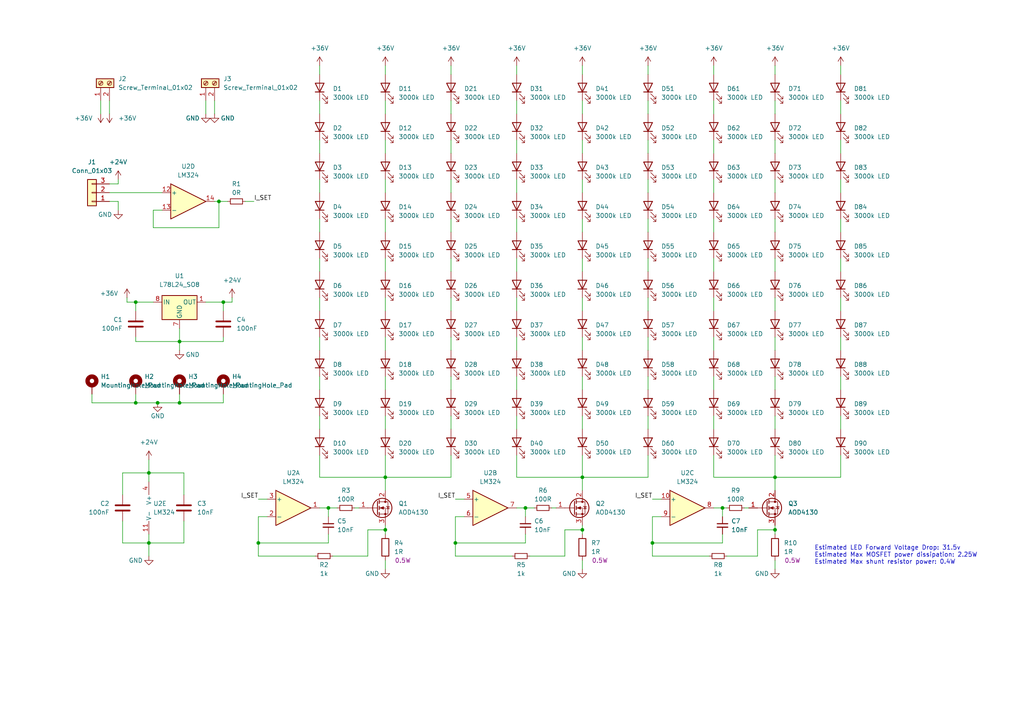
<source format=kicad_sch>
(kicad_sch (version 20211123) (generator eeschema)
  (paper "A4")
  (junction (at 39.37 87.63))
  (junction (at 64.77 87.63))
  (junction (at 168.91 153.67))
  (junction (at 39.37 116.84))
  (junction (at 209.55 147.32))
  (junction (at 74.93 157.48))
  (junction (at 45.72 116.84))
  (junction (at 111.76 138.43))
  (junction (at 95.25 147.32))
  (junction (at 52.07 99.06))
  (junction (at 132.08 157.48))
  (junction (at 224.79 138.43))
  (junction (at 224.79 153.67))
  (junction (at 189.23 157.48))
  (junction (at 152.4 147.32))
  (junction (at 43.18 157.48))
  (junction (at 52.07 116.84))
  (junction (at 111.76 153.67))
  (junction (at 168.91 138.43))
  (junction (at 63.5 58.42))
  (junction (at 43.18 137.16))
  (wire (pts (xy 62.23 29.21) (xy 62.23 33.02)))
  (wire (pts (xy 168.91 138.43) (xy 168.91 142.24)))
  (wire (pts (xy 36.83 86.36) (xy 36.83 87.63)))
  (wire (pts (xy 92.71 40.64) (xy 92.71 44.45)))
  (wire (pts (xy 92.71 97.79) (xy 92.71 101.6)))
  (wire (pts (xy 149.86 74.93) (xy 149.86 78.74)))
  (wire (pts (xy 26.67 114.3) (xy 26.67 116.84)))
  (wire (pts (xy 64.77 87.63) (xy 59.69 87.63)))
  (wire (pts (xy 187.96 74.93) (xy 187.96 78.74)))
  (wire (pts (xy 43.18 137.16) (xy 43.18 139.7)))
  (wire (pts (xy 34.29 58.42) (xy 34.29 60.96)))
  (wire (pts (xy 111.76 120.65) (xy 111.76 124.46)))
  (wire (pts (xy 189.23 144.78) (xy 191.77 144.78)))
  (wire (pts (xy 187.96 97.79) (xy 187.96 101.6)))
  (wire (pts (xy 243.84 97.79) (xy 243.84 101.6)))
  (wire (pts (xy 64.77 90.17) (xy 64.77 87.63)))
  (wire (pts (xy 130.81 86.36) (xy 130.81 90.17)))
  (wire (pts (xy 111.76 109.22) (xy 111.76 113.03)))
  (wire (pts (xy 132.08 149.86) (xy 134.62 149.86)))
  (wire (pts (xy 149.86 132.08) (xy 149.86 138.43)))
  (wire (pts (xy 224.79 29.21) (xy 224.79 33.02)))
  (wire (pts (xy 96.52 161.29) (xy 106.68 161.29)))
  (wire (pts (xy 95.25 154.94) (xy 95.25 157.48)))
  (wire (pts (xy 243.84 63.5) (xy 243.84 67.31)))
  (wire (pts (xy 209.55 157.48) (xy 189.23 157.48)))
  (wire (pts (xy 224.79 52.07) (xy 224.79 55.88)))
  (wire (pts (xy 209.55 147.32) (xy 210.82 147.32)))
  (wire (pts (xy 224.79 153.67) (xy 224.79 154.94)))
  (wire (pts (xy 243.84 86.36) (xy 243.84 90.17)))
  (wire (pts (xy 243.84 40.64) (xy 243.84 44.45)))
  (wire (pts (xy 52.07 95.25) (xy 52.07 99.06)))
  (wire (pts (xy 152.4 147.32) (xy 154.94 147.32)))
  (wire (pts (xy 92.71 132.08) (xy 92.71 138.43)))
  (wire (pts (xy 243.84 109.22) (xy 243.84 113.03)))
  (wire (pts (xy 168.91 63.5) (xy 168.91 67.31)))
  (wire (pts (xy 111.76 19.05) (xy 111.76 21.59)))
  (wire (pts (xy 67.31 86.36) (xy 67.31 87.63)))
  (wire (pts (xy 26.67 116.84) (xy 39.37 116.84)))
  (wire (pts (xy 34.29 53.34) (xy 31.75 53.34)))
  (wire (pts (xy 52.07 116.84) (xy 45.72 116.84)))
  (wire (pts (xy 92.71 74.93) (xy 92.71 78.74)))
  (wire (pts (xy 71.12 58.42) (xy 73.66 58.42)))
  (wire (pts (xy 111.76 138.43) (xy 130.81 138.43)))
  (wire (pts (xy 243.84 29.21) (xy 243.84 33.02)))
  (wire (pts (xy 224.79 63.5) (xy 224.79 67.31)))
  (wire (pts (xy 111.76 162.56) (xy 111.76 165.1)))
  (wire (pts (xy 111.76 52.07) (xy 111.76 55.88)))
  (wire (pts (xy 207.01 63.5) (xy 207.01 67.31)))
  (wire (pts (xy 95.25 147.32) (xy 95.25 149.86)))
  (wire (pts (xy 207.01 97.79) (xy 207.01 101.6)))
  (wire (pts (xy 106.68 161.29) (xy 106.68 153.67)))
  (wire (pts (xy 148.59 161.29) (xy 132.08 161.29)))
  (wire (pts (xy 207.01 74.93) (xy 207.01 78.74)))
  (wire (pts (xy 31.75 58.42) (xy 34.29 58.42)))
  (wire (pts (xy 92.71 19.05) (xy 92.71 21.59)))
  (wire (pts (xy 95.25 157.48) (xy 74.93 157.48)))
  (wire (pts (xy 168.91 109.22) (xy 168.91 113.03)))
  (wire (pts (xy 130.81 74.93) (xy 130.81 78.74)))
  (wire (pts (xy 111.76 29.21) (xy 111.76 33.02)))
  (wire (pts (xy 130.81 29.21) (xy 130.81 33.02)))
  (wire (pts (xy 205.74 161.29) (xy 189.23 161.29)))
  (wire (pts (xy 149.86 147.32) (xy 152.4 147.32)))
  (wire (pts (xy 149.86 19.05) (xy 149.86 21.59)))
  (wire (pts (xy 43.18 154.94) (xy 43.18 157.48)))
  (wire (pts (xy 111.76 97.79) (xy 111.76 101.6)))
  (wire (pts (xy 132.08 161.29) (xy 132.08 157.48)))
  (wire (pts (xy 35.56 151.13) (xy 35.56 157.48)))
  (wire (pts (xy 152.4 157.48) (xy 132.08 157.48)))
  (wire (pts (xy 207.01 86.36) (xy 207.01 90.17)))
  (wire (pts (xy 39.37 87.63) (xy 44.45 87.63)))
  (wire (pts (xy 187.96 109.22) (xy 187.96 113.03)))
  (wire (pts (xy 168.91 29.21) (xy 168.91 33.02)))
  (wire (pts (xy 187.96 63.5) (xy 187.96 67.31)))
  (wire (pts (xy 64.77 99.06) (xy 52.07 99.06)))
  (wire (pts (xy 52.07 116.84) (xy 64.77 116.84)))
  (wire (pts (xy 111.76 86.36) (xy 111.76 90.17)))
  (wire (pts (xy 111.76 138.43) (xy 111.76 142.24)))
  (wire (pts (xy 224.79 97.79) (xy 224.79 101.6)))
  (wire (pts (xy 92.71 109.22) (xy 92.71 113.03)))
  (wire (pts (xy 130.81 40.64) (xy 130.81 44.45)))
  (wire (pts (xy 130.81 52.07) (xy 130.81 55.88)))
  (wire (pts (xy 92.71 138.43) (xy 111.76 138.43)))
  (wire (pts (xy 111.76 63.5) (xy 111.76 67.31)))
  (wire (pts (xy 224.79 120.65) (xy 224.79 124.46)))
  (wire (pts (xy 63.5 66.04) (xy 63.5 58.42)))
  (wire (pts (xy 92.71 29.21) (xy 92.71 33.02)))
  (wire (pts (xy 36.83 87.63) (xy 39.37 87.63)))
  (wire (pts (xy 207.01 132.08) (xy 207.01 138.43)))
  (wire (pts (xy 209.55 147.32) (xy 209.55 149.86)))
  (wire (pts (xy 152.4 154.94) (xy 152.4 157.48)))
  (wire (pts (xy 224.79 86.36) (xy 224.79 90.17)))
  (wire (pts (xy 189.23 149.86) (xy 191.77 149.86)))
  (wire (pts (xy 168.91 40.64) (xy 168.91 44.45)))
  (wire (pts (xy 243.84 52.07) (xy 243.84 55.88)))
  (wire (pts (xy 63.5 58.42) (xy 66.04 58.42)))
  (wire (pts (xy 130.81 19.05) (xy 130.81 21.59)))
  (wire (pts (xy 46.99 60.96) (xy 44.45 60.96)))
  (wire (pts (xy 215.9 147.32) (xy 217.17 147.32)))
  (wire (pts (xy 163.83 161.29) (xy 163.83 153.67)))
  (wire (pts (xy 168.91 52.07) (xy 168.91 55.88)))
  (wire (pts (xy 149.86 86.36) (xy 149.86 90.17)))
  (wire (pts (xy 187.96 52.07) (xy 187.96 55.88)))
  (wire (pts (xy 149.86 52.07) (xy 149.86 55.88)))
  (wire (pts (xy 224.79 162.56) (xy 224.79 165.1)))
  (wire (pts (xy 224.79 132.08) (xy 224.79 138.43)))
  (wire (pts (xy 111.76 132.08) (xy 111.76 138.43)))
  (wire (pts (xy 59.69 29.21) (xy 59.69 33.02)))
  (wire (pts (xy 149.86 138.43) (xy 168.91 138.43)))
  (wire (pts (xy 187.96 132.08) (xy 187.96 138.43)))
  (wire (pts (xy 111.76 40.64) (xy 111.76 44.45)))
  (wire (pts (xy 210.82 161.29) (xy 219.71 161.29)))
  (wire (pts (xy 53.34 143.51) (xy 53.34 137.16)))
  (wire (pts (xy 224.79 40.64) (xy 224.79 44.45)))
  (wire (pts (xy 207.01 40.64) (xy 207.01 44.45)))
  (wire (pts (xy 168.91 153.67) (xy 168.91 154.94)))
  (wire (pts (xy 132.08 157.48) (xy 132.08 149.86)))
  (wire (pts (xy 111.76 152.4) (xy 111.76 153.67)))
  (wire (pts (xy 187.96 120.65) (xy 187.96 124.46)))
  (wire (pts (xy 35.56 137.16) (xy 43.18 137.16)))
  (wire (pts (xy 52.07 114.3) (xy 52.07 116.84)))
  (wire (pts (xy 34.29 52.07) (xy 34.29 53.34)))
  (wire (pts (xy 43.18 157.48) (xy 43.18 161.29)))
  (wire (pts (xy 149.86 63.5) (xy 149.86 67.31)))
  (wire (pts (xy 243.84 138.43) (xy 224.79 138.43)))
  (wire (pts (xy 130.81 97.79) (xy 130.81 101.6)))
  (wire (pts (xy 35.56 143.51) (xy 35.56 137.16)))
  (wire (pts (xy 29.21 29.21) (xy 29.21 33.02)))
  (wire (pts (xy 64.77 114.3) (xy 64.77 116.84)))
  (wire (pts (xy 168.91 97.79) (xy 168.91 101.6)))
  (wire (pts (xy 187.96 86.36) (xy 187.96 90.17)))
  (wire (pts (xy 224.79 109.22) (xy 224.79 113.03)))
  (wire (pts (xy 224.79 152.4) (xy 224.79 153.67)))
  (wire (pts (xy 219.71 161.29) (xy 219.71 153.67)))
  (wire (pts (xy 152.4 147.32) (xy 152.4 149.86)))
  (wire (pts (xy 39.37 90.17) (xy 39.37 87.63)))
  (wire (pts (xy 243.84 19.05) (xy 243.84 21.59)))
  (wire (pts (xy 219.71 153.67) (xy 224.79 153.67)))
  (wire (pts (xy 64.77 97.79) (xy 64.77 99.06)))
  (wire (pts (xy 39.37 99.06) (xy 52.07 99.06)))
  (wire (pts (xy 207.01 147.32) (xy 209.55 147.32)))
  (wire (pts (xy 207.01 52.07) (xy 207.01 55.88)))
  (wire (pts (xy 95.25 147.32) (xy 97.79 147.32)))
  (wire (pts (xy 92.71 147.32) (xy 95.25 147.32)))
  (wire (pts (xy 92.71 52.07) (xy 92.71 55.88)))
  (wire (pts (xy 43.18 133.35) (xy 43.18 137.16)))
  (wire (pts (xy 132.08 144.78) (xy 134.62 144.78)))
  (wire (pts (xy 224.79 19.05) (xy 224.79 21.59)))
  (wire (pts (xy 207.01 29.21) (xy 207.01 33.02)))
  (wire (pts (xy 168.91 19.05) (xy 168.91 21.59)))
  (wire (pts (xy 111.76 153.67) (xy 111.76 154.94)))
  (wire (pts (xy 31.75 29.21) (xy 31.75 33.02)))
  (wire (pts (xy 243.84 74.93) (xy 243.84 78.74)))
  (wire (pts (xy 149.86 40.64) (xy 149.86 44.45)))
  (wire (pts (xy 168.91 152.4) (xy 168.91 153.67)))
  (wire (pts (xy 187.96 29.21) (xy 187.96 33.02)))
  (wire (pts (xy 52.07 99.06) (xy 52.07 101.6)))
  (wire (pts (xy 53.34 137.16) (xy 43.18 137.16)))
  (wire (pts (xy 74.93 149.86) (xy 77.47 149.86)))
  (wire (pts (xy 53.34 151.13) (xy 53.34 157.48)))
  (wire (pts (xy 224.79 74.93) (xy 224.79 78.74)))
  (wire (pts (xy 207.01 120.65) (xy 207.01 124.46)))
  (wire (pts (xy 243.84 120.65) (xy 243.84 124.46)))
  (wire (pts (xy 35.56 157.48) (xy 43.18 157.48)))
  (wire (pts (xy 187.96 40.64) (xy 187.96 44.45)))
  (wire (pts (xy 168.91 120.65) (xy 168.91 124.46)))
  (wire (pts (xy 189.23 161.29) (xy 189.23 157.48)))
  (wire (pts (xy 64.77 87.63) (xy 67.31 87.63)))
  (wire (pts (xy 187.96 138.43) (xy 168.91 138.43)))
  (wire (pts (xy 153.67 161.29) (xy 163.83 161.29)))
  (wire (pts (xy 62.23 58.42) (xy 63.5 58.42)))
  (wire (pts (xy 92.71 63.5) (xy 92.71 67.31)))
  (wire (pts (xy 130.81 63.5) (xy 130.81 67.31)))
  (wire (pts (xy 39.37 97.79) (xy 39.37 99.06)))
  (wire (pts (xy 149.86 29.21) (xy 149.86 33.02)))
  (wire (pts (xy 111.76 74.93) (xy 111.76 78.74)))
  (wire (pts (xy 44.45 66.04) (xy 63.5 66.04)))
  (wire (pts (xy 44.45 60.96) (xy 44.45 66.04)))
  (wire (pts (xy 53.34 157.48) (xy 43.18 157.48)))
  (wire (pts (xy 130.81 120.65) (xy 130.81 124.46)))
  (wire (pts (xy 149.86 97.79) (xy 149.86 101.6)))
  (wire (pts (xy 168.91 74.93) (xy 168.91 78.74)))
  (wire (pts (xy 102.87 147.32) (xy 104.14 147.32)))
  (wire (pts (xy 207.01 138.43) (xy 224.79 138.43)))
  (wire (pts (xy 207.01 19.05) (xy 207.01 21.59)))
  (wire (pts (xy 31.75 55.88) (xy 46.99 55.88)))
  (wire (pts (xy 160.02 147.32) (xy 161.29 147.32)))
  (wire (pts (xy 189.23 157.48) (xy 189.23 149.86)))
  (wire (pts (xy 39.37 116.84) (xy 39.37 114.3)))
  (wire (pts (xy 130.81 109.22) (xy 130.81 113.03)))
  (wire (pts (xy 74.93 157.48) (xy 74.93 149.86)))
  (wire (pts (xy 92.71 120.65) (xy 92.71 124.46)))
  (wire (pts (xy 187.96 19.05) (xy 187.96 21.59)))
  (wire (pts (xy 207.01 109.22) (xy 207.01 113.03)))
  (wire (pts (xy 74.93 144.78) (xy 77.47 144.78)))
  (wire (pts (xy 106.68 153.67) (xy 111.76 153.67)))
  (wire (pts (xy 149.86 120.65) (xy 149.86 124.46)))
  (wire (pts (xy 163.83 153.67) (xy 168.91 153.67)))
  (wire (pts (xy 168.91 86.36) (xy 168.91 90.17)))
  (wire (pts (xy 91.44 161.29) (xy 74.93 161.29)))
  (wire (pts (xy 168.91 132.08) (xy 168.91 138.43)))
  (wire (pts (xy 209.55 154.94) (xy 209.55 157.48)))
  (wire (pts (xy 74.93 161.29) (xy 74.93 157.48)))
  (wire (pts (xy 243.84 132.08) (xy 243.84 138.43)))
  (wire (pts (xy 168.91 162.56) (xy 168.91 165.1)))
  (wire (pts (xy 92.71 86.36) (xy 92.71 90.17)))
  (wire (pts (xy 149.86 109.22) (xy 149.86 113.03)))
  (wire (pts (xy 224.79 138.43) (xy 224.79 142.24)))
  (wire (pts (xy 45.72 116.84) (xy 39.37 116.84)))
  (wire (pts (xy 130.81 132.08) (xy 130.81 138.43)))
  (text "Estimated LED Forward Voltage Drop: 31.5v\nEstimated Max MOSFET power dissipation: 2.25W\nEstimated Max shunt resistor power: 0.4W" (at 236.22 163.83 0) (effects (font (size 1.27 1.27)) (justify left bottom)))
  (label "I_SET" (at 74.93 144.78 180))
  (label "I_SET" (at 73.66 58.42 0))
  (label "I_SET" (at 132.08 144.78 180))
  (label "I_SET" (at 189.23 144.78 180))
  (symbol (lib_id "Device:LED") (at 243.84 93.98 90) (unit 1)
    (property "Reference" "D87" (at 247.65 94.2974 90) (effects (justify right)))
    (property "Value" "3000k LED" (at 247.65 96.8374 90) (effects (justify right)))
    (property "Footprint" "ClementsFootprints:LED_1212_3030METRIC_MP-3030" (effects hide))
    (property "Datasheet" "https://download.luminus.com/datasheets/Luminus_MP3030_1100_Datasheet.pdf" (effects hide))
    (property "MPN" "MP-3030-1100-30-95" (effects hide))
    (property "Digikey PN" "1214-1339-1-ND" (effects hide))
  )
  (symbol (lib_id "Device:LED") (at 168.91 116.84 90) (unit 1)
    (property "Reference" "D49" (at 172.72 117.1574 90) (effects (justify right)))
    (property "Value" "3000k LED" (at 172.72 119.6974 90) (effects (justify right)))
    (property "Footprint" "ClementsFootprints:LED_1212_3030METRIC_MP-3030" (effects hide))
    (property "Datasheet" "https://download.luminus.com/datasheets/Luminus_MP3030_1100_Datasheet.pdf" (effects hide))
    (property "MPN" "MP-3030-1100-30-95" (effects hide))
    (property "Digikey PN" "1214-1339-1-ND" (effects hide))
  )
  (symbol (lib_id "Device:LED") (at 168.91 82.55 90) (unit 1)
    (property "Reference" "D46" (at 172.72 82.8674 90) (effects (justify right)))
    (property "Value" "3000k LED" (at 172.72 85.4074 90) (effects (justify right)))
    (property "Footprint" "ClementsFootprints:LED_1212_3030METRIC_MP-3030" (effects hide))
    (property "Datasheet" "https://download.luminus.com/datasheets/Luminus_MP3030_1100_Datasheet.pdf" (effects hide))
    (property "MPN" "MP-3030-1100-30-95" (effects hide))
    (property "Digikey PN" "1214-1339-1-ND" (effects hide))
  )
  (symbol (lib_id "Device:LED") (at 207.01 116.84 90) (unit 1)
    (property "Reference" "D69" (at 210.82 117.1574 90) (effects (justify right)))
    (property "Value" "3000k LED" (at 210.82 119.6974 90) (effects (justify right)))
    (property "Footprint" "ClementsFootprints:LED_1212_3030METRIC_MP-3030" (effects hide))
    (property "Datasheet" "https://download.luminus.com/datasheets/Luminus_MP3030_1100_Datasheet.pdf" (effects hide))
    (property "MPN" "MP-3030-1100-30-95" (effects hide))
    (property "Digikey PN" "1214-1339-1-ND" (effects hide))
  )
  (symbol (lib_id "power:GND") (at 45.72 116.84 0) (unit 1)
    (property "Reference" "#PWR024" (effects hide))
    (property "Value" "GND" (at 45.72 120.65 0))
  )
  (symbol (lib_id "Device:LED") (at 207.01 128.27 90) (unit 1)
    (property "Reference" "D70" (at 210.82 128.5874 90) (effects (justify right)))
    (property "Value" "3000k LED" (at 210.82 131.1274 90) (effects (justify right)))
    (property "Footprint" "ClementsFootprints:LED_1212_3030METRIC_MP-3030" (effects hide))
    (property "Datasheet" "https://download.luminus.com/datasheets/Luminus_MP3030_1100_Datasheet.pdf" (effects hide))
    (property "MPN" "MP-3030-1100-30-95" (effects hide))
    (property "Digikey PN" "1214-1339-1-ND" (effects hide))
  )
  (symbol (lib_id "Mechanical:MountingHole_Pad") (at 39.37 111.76 0) (unit 1)
    (property "Reference" "H2" (at 41.91 109.2199 0) (effects (justify left)))
    (property "Value" "MountingHole_Pad" (at 41.91 111.7599 0) (effects (justify left)))
    (property "Footprint" "MountingHole:MountingHole_3.2mm_M3_DIN965_Pad_TopBottom" (effects hide))
  )
  (symbol (lib_id "Device:LED") (at 224.79 48.26 90) (unit 1)
    (property "Reference" "D73" (at 228.6 48.5774 90) (effects (justify right)))
    (property "Value" "3000k LED" (at 228.6 51.1174 90) (effects (justify right)))
    (property "Footprint" "ClementsFootprints:LED_1212_3030METRIC_MP-3030" (effects hide))
    (property "Datasheet" "https://download.luminus.com/datasheets/Luminus_MP3030_1100_Datasheet.pdf" (effects hide))
    (property "MPN" "MP-3030-1100-30-95" (effects hide))
    (property "Digikey PN" "1214-1339-1-ND" (effects hide))
  )
  (symbol (lib_id "Device:LED") (at 243.84 36.83 90) (unit 1)
    (property "Reference" "D82" (at 247.65 37.1474 90) (effects (justify right)))
    (property "Value" "3000k LED" (at 247.65 39.6874 90) (effects (justify right)))
    (property "Footprint" "ClementsFootprints:LED_1212_3030METRIC_MP-3030" (effects hide))
    (property "Datasheet" "https://download.luminus.com/datasheets/Luminus_MP3030_1100_Datasheet.pdf" (effects hide))
    (property "MPN" "MP-3030-1100-30-95" (effects hide))
    (property "Digikey PN" "1214-1339-1-ND" (effects hide))
  )
  (symbol (lib_id "Amplifier_Operational:LM324") (at 85.09 147.32 0) (unit 1)
    (property "Reference" "U2" (at 85.09 137.16 0))
    (property "Value" "LM324" (at 85.09 139.7 0))
    (property "Footprint" "Package_SO:SOIC-14_3.9x8.7mm_P1.27mm" (effects hide))
    (property "Datasheet" "http://www.ti.com/lit/ds/symlink/lm2902-n.pdf" (effects hide))
  )
  (symbol (lib_id "Device:LED") (at 168.91 48.26 90) (unit 1)
    (property "Reference" "D43" (at 172.72 48.5774 90) (effects (justify right)))
    (property "Value" "3000k LED" (at 172.72 51.1174 90) (effects (justify right)))
    (property "Footprint" "ClementsFootprints:LED_1212_3030METRIC_MP-3030" (effects hide))
    (property "Datasheet" "https://download.luminus.com/datasheets/Luminus_MP3030_1100_Datasheet.pdf" (effects hide))
    (property "MPN" "MP-3030-1100-30-95" (effects hide))
    (property "Digikey PN" "1214-1339-1-ND" (effects hide))
  )
  (symbol (lib_id "Device:LED") (at 207.01 59.69 90) (unit 1)
    (property "Reference" "D64" (at 210.82 60.0074 90) (effects (justify right)))
    (property "Value" "3000k LED" (at 210.82 62.5474 90) (effects (justify right)))
    (property "Footprint" "ClementsFootprints:LED_1212_3030METRIC_MP-3030" (effects hide))
    (property "Datasheet" "https://download.luminus.com/datasheets/Luminus_MP3030_1100_Datasheet.pdf" (effects hide))
    (property "MPN" "MP-3030-1100-30-95" (effects hide))
    (property "Digikey PN" "1214-1339-1-ND" (effects hide))
  )
  (symbol (lib_id "Device:LED") (at 224.79 25.4 90) (unit 1)
    (property "Reference" "D71" (at 228.6 25.7174 90) (effects (justify right)))
    (property "Value" "3000k LED" (at 228.6 28.2574 90) (effects (justify right)))
    (property "Footprint" "ClementsFootprints:LED_1212_3030METRIC_MP-3030" (effects hide))
    (property "Datasheet" "https://download.luminus.com/datasheets/Luminus_MP3030_1100_Datasheet.pdf" (effects hide))
    (property "MPN" "MP-3030-1100-30-95" (effects hide))
    (property "Digikey PN" "1214-1339-1-ND" (effects hide))
  )
  (symbol (lib_id "Mechanical:MountingHole_Pad") (at 64.77 111.76 0) (unit 1)
    (property "Reference" "H4" (at 67.31 109.2199 0) (effects (justify left)))
    (property "Value" "MountingHole_Pad" (at 67.31 111.7599 0) (effects (justify left)))
    (property "Footprint" "MountingHole:MountingHole_3.2mm_M3_DIN965_Pad_TopBottom" (effects hide))
  )
  (symbol (lib_id "Device:C") (at 53.34 147.32 0) (unit 1)
    (property "Reference" "C3" (at 57.15 146.0499 0) (effects (justify left)))
    (property "Value" "10nF" (at 57.15 148.5899 0) (effects (justify left)))
    (property "Footprint" "Capacitor_SMD:C_1206_3216Metric_Pad1.33x1.80mm_HandSolder" (effects hide))
  )
  (symbol (lib_id "Device:LED") (at 149.86 59.69 90) (unit 1)
    (property "Reference" "D34" (at 153.67 60.0074 90) (effects (justify right)))
    (property "Value" "3000k LED" (at 153.67 62.5474 90) (effects (justify right)))
    (property "Footprint" "ClementsFootprints:LED_1212_3030METRIC_MP-3030" (effects hide))
    (property "Datasheet" "https://download.luminus.com/datasheets/Luminus_MP3030_1100_Datasheet.pdf" (effects hide))
    (property "MPN" "MP-3030-1100-30-95" (effects hide))
    (property "Digikey PN" "1214-1339-1-ND" (effects hide))
  )
  (symbol (lib_id "Device:LED") (at 130.81 116.84 90) (unit 1)
    (property "Reference" "D29" (at 134.62 117.1574 90) (effects (justify right)))
    (property "Value" "3000k LED" (at 134.62 119.6974 90) (effects (justify right)))
    (property "Footprint" "ClementsFootprints:LED_1212_3030METRIC_MP-3030" (effects hide))
    (property "Datasheet" "https://download.luminus.com/datasheets/Luminus_MP3030_1100_Datasheet.pdf" (effects hide))
    (property "MPN" "MP-3030-1100-30-95" (effects hide))
    (property "Digikey PN" "1214-1339-1-ND" (effects hide))
  )
  (symbol (lib_id "Device:LED") (at 130.81 59.69 90) (unit 1)
    (property "Reference" "D24" (at 134.62 60.0074 90) (effects (justify right)))
    (property "Value" "3000k LED" (at 134.62 62.5474 90) (effects (justify right)))
    (property "Footprint" "ClementsFootprints:LED_1212_3030METRIC_MP-3030" (effects hide))
    (property "Datasheet" "https://download.luminus.com/datasheets/Luminus_MP3030_1100_Datasheet.pdf" (effects hide))
    (property "MPN" "MP-3030-1100-30-95" (effects hide))
    (property "Digikey PN" "1214-1339-1-ND" (effects hide))
  )
  (symbol (lib_id "Device:LED") (at 149.86 128.27 90) (unit 1)
    (property "Reference" "D40" (at 153.67 128.5874 90) (effects (justify right)))
    (property "Value" "3000k LED" (at 153.67 131.1274 90) (effects (justify right)))
    (property "Footprint" "ClementsFootprints:LED_1212_3030METRIC_MP-3030" (effects hide))
    (property "Datasheet" "https://download.luminus.com/datasheets/Luminus_MP3030_1100_Datasheet.pdf" (effects hide))
    (property "MPN" "MP-3030-1100-30-95" (effects hide))
    (property "Digikey PN" "1214-1339-1-ND" (effects hide))
  )
  (symbol (lib_id "Device:C") (at 64.77 93.98 0) (unit 1)
    (property "Reference" "C4" (at 68.58 92.7099 0) (effects (justify left)))
    (property "Value" "100nF" (at 68.58 95.2499 0) (effects (justify left)))
    (property "Footprint" "Capacitor_SMD:C_1206_3216Metric_Pad1.33x1.80mm_HandSolder" (effects hide))
  )
  (symbol (lib_id "power:+36V") (at 207.01 19.05 0) (unit 1)
    (property "Reference" "#PWR020" (effects hide))
    (property "Value" "+36V" (at 207.01 13.97 0))
  )
  (symbol (lib_id "power:+36V") (at 31.75 33.02 180) (unit 1)
    (property "Reference" "#PWR04" (effects hide))
    (property "Value" "+36V" (at 34.29 34.29 0) (effects (justify right)))
  )
  (symbol (lib_id "Device:LED") (at 92.71 128.27 90) (unit 1)
    (property "Reference" "D10" (at 96.52 128.5874 90) (effects (justify right)))
    (property "Value" "3000k LED" (at 96.52 131.1274 90) (effects (justify right)))
    (property "Footprint" "ClementsFootprints:LED_1212_3030METRIC_MP-3030" (effects hide))
    (property "Datasheet" "https://download.luminus.com/datasheets/Luminus_MP3030_1100_Datasheet.pdf" (effects hide))
    (property "MPN" "MP-3030-1100-30-95" (effects hide))
    (property "Digikey PN" "1214-1339-1-ND" (effects hide))
  )
  (symbol (lib_id "Device:LED") (at 207.01 71.12 90) (unit 1)
    (property "Reference" "D65" (at 210.82 71.4374 90) (effects (justify right)))
    (property "Value" "3000k LED" (at 210.82 73.9774 90) (effects (justify right)))
    (property "Footprint" "ClementsFootprints:LED_1212_3030METRIC_MP-3030" (effects hide))
    (property "Datasheet" "https://download.luminus.com/datasheets/Luminus_MP3030_1100_Datasheet.pdf" (effects hide))
    (property "MPN" "MP-3030-1100-30-95" (effects hide))
    (property "Digikey PN" "1214-1339-1-ND" (effects hide))
  )
  (symbol (lib_id "power:+36V") (at 92.71 19.05 0) (unit 1)
    (property "Reference" "#PWR012" (effects hide))
    (property "Value" "+36V" (at 92.71 13.97 0))
  )
  (symbol (lib_id "Mechanical:MountingHole_Pad") (at 52.07 111.76 0) (unit 1)
    (property "Reference" "H3" (at 54.61 109.2199 0) (effects (justify left)))
    (property "Value" "MountingHole_Pad" (at 54.61 111.7599 0) (effects (justify left)))
    (property "Footprint" "MountingHole:MountingHole_3.2mm_M3_DIN965_Pad_TopBottom" (effects hide))
  )
  (symbol (lib_id "Device:LED") (at 243.84 59.69 90) (unit 1)
    (property "Reference" "D84" (at 247.65 60.0074 90) (effects (justify right)))
    (property "Value" "3000k LED" (at 247.65 62.5474 90) (effects (justify right)))
    (property "Footprint" "ClementsFootprints:LED_1212_3030METRIC_MP-3030" (effects hide))
    (property "Datasheet" "https://download.luminus.com/datasheets/Luminus_MP3030_1100_Datasheet.pdf" (effects hide))
    (property "MPN" "MP-3030-1100-30-95" (effects hide))
    (property "Digikey PN" "1214-1339-1-ND" (effects hide))
  )
  (symbol (lib_id "Device:R_Small") (at 208.28 161.29 90) (unit 1)
    (property "Reference" "R8" (at 208.28 163.83 90))
    (property "Value" "1k" (at 208.28 166.37 90))
    (property "Footprint" "Resistor_SMD:R_0603_1608Metric_Pad0.98x0.95mm_HandSolder" (effects hide))
  )
  (symbol (lib_id "Device:LED") (at 92.71 25.4 90) (unit 1)
    (property "Reference" "D1" (at 96.52 25.7174 90) (effects (justify right)))
    (property "Value" "3000k LED" (at 96.52 28.2574 90) (effects (justify right)))
    (property "Footprint" "ClementsFootprints:LED_1212_3030METRIC_MP-3030" (effects hide))
    (property "Datasheet" "https://download.luminus.com/datasheets/Luminus_MP3030_1100_Datasheet.pdf" (effects hide))
    (property "MPN" "MP-3030-1100-30-95" (effects hide))
    (property "Digikey PN" "1214-1339-1-ND" (effects hide))
  )
  (symbol (lib_id "Device:LED") (at 187.96 93.98 90) (unit 1)
    (property "Reference" "D57" (at 191.77 94.2974 90) (effects (justify right)))
    (property "Value" "3000k LED" (at 191.77 96.8374 90) (effects (justify right)))
    (property "Footprint" "ClementsFootprints:LED_1212_3030METRIC_MP-3030" (effects hide))
    (property "Datasheet" "https://download.luminus.com/datasheets/Luminus_MP3030_1100_Datasheet.pdf" (effects hide))
    (property "MPN" "MP-3030-1100-30-95" (effects hide))
    (property "Digikey PN" "1214-1339-1-ND" (effects hide))
  )
  (symbol (lib_id "power:GND") (at 52.07 101.6 0) (unit 1)
    (property "Reference" "#PWR08" (effects hide))
    (property "Value" "GND" (at 55.88 102.87 0))
  )
  (symbol (lib_id "Device:LED") (at 130.81 36.83 90) (unit 1)
    (property "Reference" "D22" (at 134.62 37.1474 90) (effects (justify right)))
    (property "Value" "3000k LED" (at 134.62 39.6874 90) (effects (justify right)))
    (property "Footprint" "ClementsFootprints:LED_1212_3030METRIC_MP-3030" (effects hide))
    (property "Datasheet" "https://download.luminus.com/datasheets/Luminus_MP3030_1100_Datasheet.pdf" (effects hide))
    (property "MPN" "MP-3030-1100-30-95" (effects hide))
    (property "Digikey PN" "1214-1339-1-ND" (effects hide))
  )
  (symbol (lib_id "Device:LED") (at 111.76 59.69 90) (unit 1)
    (property "Reference" "D14" (at 115.57 60.0074 90) (effects (justify right)))
    (property "Value" "3000k LED" (at 115.57 62.5474 90) (effects (justify right)))
    (property "Footprint" "ClementsFootprints:LED_1212_3030METRIC_MP-3030" (effects hide))
    (property "Datasheet" "https://download.luminus.com/datasheets/Luminus_MP3030_1100_Datasheet.pdf" (effects hide))
    (property "MPN" "MP-3030-1100-30-95" (effects hide))
    (property "Digikey PN" "1214-1339-1-ND" (effects hide))
  )
  (symbol (lib_id "Device:LED") (at 207.01 25.4 90) (unit 1)
    (property "Reference" "D61" (at 210.82 25.7174 90) (effects (justify right)))
    (property "Value" "3000k LED" (at 210.82 28.2574 90) (effects (justify right)))
    (property "Footprint" "ClementsFootprints:LED_1212_3030METRIC_MP-3030" (effects hide))
    (property "Datasheet" "https://download.luminus.com/datasheets/Luminus_MP3030_1100_Datasheet.pdf" (effects hide))
    (property "MPN" "MP-3030-1100-30-95" (effects hide))
    (property "Digikey PN" "1214-1339-1-ND" (effects hide))
  )
  (symbol (lib_id "Device:LED") (at 92.71 93.98 90) (unit 1)
    (property "Reference" "D7" (at 96.52 94.2974 90) (effects (justify right)))
    (property "Value" "3000k LED" (at 96.52 96.8374 90) (effects (justify right)))
    (property "Footprint" "ClementsFootprints:LED_1212_3030METRIC_MP-3030" (effects hide))
    (property "Datasheet" "https://download.luminus.com/datasheets/Luminus_MP3030_1100_Datasheet.pdf" (effects hide))
    (property "MPN" "MP-3030-1100-30-95" (effects hide))
    (property "Digikey PN" "1214-1339-1-ND" (effects hide))
  )
  (symbol (lib_id "Device:R_Small") (at 100.33 147.32 90) (unit 1)
    (property "Reference" "R3" (at 100.33 142.24 90))
    (property "Value" "100R" (at 100.33 144.78 90))
    (property "Footprint" "Resistor_SMD:R_0603_1608Metric_Pad0.98x0.95mm_HandSolder" (effects hide))
  )
  (symbol (lib_id "Device:LED") (at 243.84 116.84 90) (unit 1)
    (property "Reference" "D89" (at 247.65 117.1574 90) (effects (justify right)))
    (property "Value" "3000k LED" (at 247.65 119.6974 90) (effects (justify right)))
    (property "Footprint" "ClementsFootprints:LED_1212_3030METRIC_MP-3030" (effects hide))
    (property "Datasheet" "https://download.luminus.com/datasheets/Luminus_MP3030_1100_Datasheet.pdf" (effects hide))
    (property "MPN" "MP-3030-1100-30-95" (effects hide))
    (property "Digikey PN" "1214-1339-1-ND" (effects hide))
  )
  (symbol (lib_id "Device:LED") (at 130.81 25.4 90) (unit 1)
    (property "Reference" "D21" (at 134.62 25.7174 90) (effects (justify right)))
    (property "Value" "3000k LED" (at 134.62 28.2574 90) (effects (justify right)))
    (property "Footprint" "ClementsFootprints:LED_1212_3030METRIC_MP-3030" (effects hide))
    (property "Datasheet" "https://download.luminus.com/datasheets/Luminus_MP3030_1100_Datasheet.pdf" (effects hide))
    (property "MPN" "MP-3030-1100-30-95" (effects hide))
    (property "Digikey PN" "1214-1339-1-ND" (effects hide))
  )
  (symbol (lib_id "power:+36V") (at 224.79 19.05 0) (unit 1)
    (property "Reference" "#PWR021" (effects hide))
    (property "Value" "+36V" (at 224.79 13.97 0))
  )
  (symbol (lib_id "Device:LED") (at 168.91 25.4 90) (unit 1)
    (property "Reference" "D41" (at 172.72 25.7174 90) (effects (justify right)))
    (property "Value" "3000k LED" (at 172.72 28.2574 90) (effects (justify right)))
    (property "Footprint" "ClementsFootprints:LED_1212_3030METRIC_MP-3030" (effects hide))
    (property "Datasheet" "https://download.luminus.com/datasheets/Luminus_MP3030_1100_Datasheet.pdf" (effects hide))
    (property "MPN" "MP-3030-1100-30-95" (effects hide))
    (property "Digikey PN" "1214-1339-1-ND" (effects hide))
  )
  (symbol (lib_id "Device:LED") (at 149.86 48.26 90) (unit 1)
    (property "Reference" "D33" (at 153.67 48.5774 90) (effects (justify right)))
    (property "Value" "3000k LED" (at 153.67 51.1174 90) (effects (justify right)))
    (property "Footprint" "ClementsFootprints:LED_1212_3030METRIC_MP-3030" (effects hide))
    (property "Datasheet" "https://download.luminus.com/datasheets/Luminus_MP3030_1100_Datasheet.pdf" (effects hide))
    (property "MPN" "MP-3030-1100-30-95" (effects hide))
    (property "Digikey PN" "1214-1339-1-ND" (effects hide))
  )
  (symbol (lib_id "Device:LED") (at 207.01 82.55 90) (unit 1)
    (property "Reference" "D66" (at 210.82 82.8674 90) (effects (justify right)))
    (property "Value" "3000k LED" (at 210.82 85.4074 90) (effects (justify right)))
    (property "Footprint" "ClementsFootprints:LED_1212_3030METRIC_MP-3030" (effects hide))
    (property "Datasheet" "https://download.luminus.com/datasheets/Luminus_MP3030_1100_Datasheet.pdf" (effects hide))
    (property "MPN" "MP-3030-1100-30-95" (effects hide))
    (property "Digikey PN" "1214-1339-1-ND" (effects hide))
  )
  (symbol (lib_id "Device:LED") (at 224.79 93.98 90) (unit 1)
    (property "Reference" "D77" (at 228.6 94.2974 90) (effects (justify right)))
    (property "Value" "3000k LED" (at 228.6 96.8374 90) (effects (justify right)))
    (property "Footprint" "ClementsFootprints:LED_1212_3030METRIC_MP-3030" (effects hide))
    (property "Datasheet" "https://download.luminus.com/datasheets/Luminus_MP3030_1100_Datasheet.pdf" (effects hide))
    (property "MPN" "MP-3030-1100-30-95" (effects hide))
    (property "Digikey PN" "1214-1339-1-ND" (effects hide))
  )
  (symbol (lib_id "power:+24V") (at 67.31 86.36 0) (unit 1)
    (property "Reference" "#PWR011" (effects hide))
    (property "Value" "+24V" (at 67.31 81.28 0))
  )
  (symbol (lib_id "Device:R_Small") (at 151.13 161.29 90) (unit 1)
    (property "Reference" "R5" (at 151.13 163.83 90))
    (property "Value" "1k" (at 151.13 166.37 90))
    (property "Footprint" "Resistor_SMD:R_0603_1608Metric_Pad0.98x0.95mm_HandSolder" (effects hide))
  )
  (symbol (lib_id "Device:R_Small") (at 213.36 147.32 90) (unit 1)
    (property "Reference" "R9" (at 213.36 142.24 90))
    (property "Value" "100R" (at 213.36 144.78 90))
    (property "Footprint" "Resistor_SMD:R_0603_1608Metric_Pad0.98x0.95mm_HandSolder" (effects hide))
  )
  (symbol (lib_id "power:+36V") (at 243.84 19.05 0) (unit 1)
    (property "Reference" "#PWR023" (effects hide))
    (property "Value" "+36V" (at 243.84 13.97 0))
  )
  (symbol (lib_id "Device:LED") (at 92.71 36.83 90) (unit 1)
    (property "Reference" "D2" (at 96.52 37.1474 90) (effects (justify right)))
    (property "Value" "3000k LED" (at 96.52 39.6874 90) (effects (justify right)))
    (property "Footprint" "ClementsFootprints:LED_1212_3030METRIC_MP-3030" (effects hide))
    (property "Datasheet" "https://download.luminus.com/datasheets/Luminus_MP3030_1100_Datasheet.pdf" (effects hide))
    (property "MPN" "MP-3030-1100-30-95" (effects hide))
    (property "Digikey PN" "1214-1339-1-ND" (effects hide))
  )
  (symbol (lib_id "Device:LED") (at 243.84 128.27 90) (unit 1)
    (property "Reference" "D90" (at 247.65 128.5874 90) (effects (justify right)))
    (property "Value" "3000k LED" (at 247.65 131.1274 90) (effects (justify right)))
    (property "Footprint" "ClementsFootprints:LED_1212_3030METRIC_MP-3030" (effects hide))
    (property "Datasheet" "https://download.luminus.com/datasheets/Luminus_MP3030_1100_Datasheet.pdf" (effects hide))
    (property "MPN" "MP-3030-1100-30-95" (effects hide))
    (property "Digikey PN" "1214-1339-1-ND" (effects hide))
  )
  (symbol (lib_id "Device:C_Small") (at 209.55 152.4 0) (unit 1)
    (property "Reference" "C7" (at 212.09 151.1362 0) (effects (justify left)))
    (property "Value" "10nF" (at 212.09 153.6762 0) (effects (justify left)))
    (property "Footprint" "Resistor_SMD:R_0805_2012Metric_Pad1.20x1.40mm_HandSolder" (effects hide))
  )
  (symbol (lib_id "Amplifier_Operational:LM324") (at 45.72 147.32 0) (unit 5)
    (property "Reference" "U2" (at 44.45 146.0499 0) (effects (justify left)))
    (property "Value" "LM324" (at 44.45 148.5899 0) (effects (justify left)))
    (property "Footprint" "Package_SO:SOIC-14_3.9x8.7mm_P1.27mm" (effects hide))
    (property "Datasheet" "http://www.ti.com/lit/ds/symlink/lm2902-n.pdf" (effects hide))
  )
  (symbol (lib_id "power:GND") (at 43.18 161.29 0) (unit 1)
    (property "Reference" "#PWR07" (effects hide))
    (property "Value" "GND" (at 39.37 162.56 0))
  )
  (symbol (lib_id "Device:R_Small") (at 93.98 161.29 90) (unit 1)
    (property "Reference" "R2" (at 93.98 163.83 90))
    (property "Value" "1k" (at 93.98 166.37 90))
    (property "Footprint" "Resistor_SMD:R_0603_1608Metric_Pad0.98x0.95mm_HandSolder" (effects hide))
  )
  (symbol (lib_id "Device:LED") (at 92.71 71.12 90) (unit 1)
    (property "Reference" "D5" (at 96.52 71.4374 90) (effects (justify right)))
    (property "Value" "3000k LED" (at 96.52 73.9774 90) (effects (justify right)))
    (property "Footprint" "ClementsFootprints:LED_1212_3030METRIC_MP-3030" (effects hide))
    (property "Datasheet" "https://download.luminus.com/datasheets/Luminus_MP3030_1100_Datasheet.pdf" (effects hide))
    (property "MPN" "MP-3030-1100-30-95" (effects hide))
    (property "Digikey PN" "1214-1339-1-ND" (effects hide))
  )
  (symbol (lib_id "Device:Q_NMOS_GDS") (at 109.22 147.32 0) (unit 1)
    (property "Reference" "Q1" (at 115.57 146.0499 0) (effects (justify left)))
    (property "Value" "AOD4130" (at 115.57 148.5899 0) (effects (justify left)))
    (property "Footprint" "Package_TO_SOT_SMD:TO-252-2" (effects hide))
    (property "Datasheet" "http://www.aosmd.com/res/data_sheets/AOD4130.pdf" (effects hide))
    (property "MPN" "AOD4130" (effects hide))
    (property "Digikey PN" "785-1216-1-ND" (effects hide))
  )
  (symbol (lib_id "Device:LED") (at 149.86 105.41 90) (unit 1)
    (property "Reference" "D38" (at 153.67 105.7274 90) (effects (justify right)))
    (property "Value" "3000k LED" (at 153.67 108.2674 90) (effects (justify right)))
    (property "Footprint" "ClementsFootprints:LED_1212_3030METRIC_MP-3030" (effects hide))
    (property "Datasheet" "https://download.luminus.com/datasheets/Luminus_MP3030_1100_Datasheet.pdf" (effects hide))
    (property "MPN" "MP-3030-1100-30-95" (effects hide))
    (property "Digikey PN" "1214-1339-1-ND" (effects hide))
  )
  (symbol (lib_id "Connector_Generic:Conn_01x03") (at 26.67 55.88 180) (unit 1)
    (property "Reference" "J1" (at 26.67 46.99 0))
    (property "Value" "Conn_01x03" (at 26.67 49.53 0))
    (property "Footprint" "Connector_PinHeader_2.54mm:PinHeader_1x03_P2.54mm_Horizontal" (effects hide))
  )
  (symbol (lib_id "Device:LED") (at 111.76 128.27 90) (unit 1)
    (property "Reference" "D20" (at 115.57 128.5874 90) (effects (justify right)))
    (property "Value" "3000k LED" (at 115.57 131.1274 90) (effects (justify right)))
    (property "Footprint" "ClementsFootprints:LED_1212_3030METRIC_MP-3030" (effects hide))
    (property "Datasheet" "https://download.luminus.com/datasheets/Luminus_MP3030_1100_Datasheet.pdf" (effects hide))
    (property "MPN" "MP-3030-1100-30-95" (effects hide))
    (property "Digikey PN" "1214-1339-1-ND" (effects hide))
  )
  (symbol (lib_id "Device:LED") (at 130.81 71.12 90) (unit 1)
    (property "Reference" "D25" (at 134.62 71.4374 90) (effects (justify right)))
    (property "Value" "3000k LED" (at 134.62 73.9774 90) (effects (justify right)))
    (property "Footprint" "ClementsFootprints:LED_1212_3030METRIC_MP-3030" (effects hide))
    (property "Datasheet" "https://download.luminus.com/datasheets/Luminus_MP3030_1100_Datasheet.pdf" (effects hide))
    (property "MPN" "MP-3030-1100-30-95" (effects hide))
    (property "Digikey PN" "1214-1339-1-ND" (effects hide))
  )
  (symbol (lib_id "Device:LED") (at 168.91 105.41 90) (unit 1)
    (property "Reference" "D48" (at 172.72 105.7274 90) (effects (justify right)))
    (property "Value" "3000k LED" (at 172.72 108.2674 90) (effects (justify right)))
    (property "Footprint" "ClementsFootprints:LED_1212_3030METRIC_MP-3030" (effects hide))
    (property "Datasheet" "https://download.luminus.com/datasheets/Luminus_MP3030_1100_Datasheet.pdf" (effects hide))
    (property "MPN" "MP-3030-1100-30-95" (effects hide))
    (property "Digikey PN" "1214-1339-1-ND" (effects hide))
  )
  (symbol (lib_id "power:+36V") (at 111.76 19.05 0) (unit 1)
    (property "Reference" "#PWR013" (effects hide))
    (property "Value" "+36V" (at 111.76 13.97 0))
  )
  (symbol (lib_id "Device:LED") (at 168.91 36.83 90) (unit 1)
    (property "Reference" "D42" (at 172.72 37.1474 90) (effects (justify right)))
    (property "Value" "3000k LED" (at 172.72 39.6874 90) (effects (justify right)))
    (property "Footprint" "ClementsFootprints:LED_1212_3030METRIC_MP-3030" (effects hide))
    (property "Datasheet" "https://download.luminus.com/datasheets/Luminus_MP3030_1100_Datasheet.pdf" (effects hide))
    (property "MPN" "MP-3030-1100-30-95" (effects hide))
    (property "Digikey PN" "1214-1339-1-ND" (effects hide))
  )
  (symbol (lib_id "Device:LED") (at 92.71 59.69 90) (unit 1)
    (property "Reference" "D4" (at 96.52 60.0074 90) (effects (justify right)))
    (property "Value" "3000k LED" (at 96.52 62.5474 90) (effects (justify right)))
    (property "Footprint" "ClementsFootprints:LED_1212_3030METRIC_MP-3030" (effects hide))
    (property "Datasheet" "https://download.luminus.com/datasheets/Luminus_MP3030_1100_Datasheet.pdf" (effects hide))
    (property "MPN" "MP-3030-1100-30-95" (effects hide))
    (property "Digikey PN" "1214-1339-1-ND" (effects hide))
  )
  (symbol (lib_id "Regulator_Linear:L78L24_SO8") (at 52.07 87.63 0) (unit 1)
    (property "Reference" "U1" (at 52.07 80.01 0))
    (property "Value" "L78L24_SO8" (at 52.07 82.55 0))
    (property "Footprint" "Package_SO:SOIC-8_3.9x4.9mm_P1.27mm" (effects hide))
    (property "Datasheet" "http://www.st.com/content/ccc/resource/technical/document/datasheet/15/55/e5/aa/23/5b/43/fd/CD00000446.pdf/files/CD00000446.pdf/jcr:content/translations/en.CD00000446.pdf" (effects hide))
  )
  (symbol (lib_id "power:+36V") (at 187.96 19.05 0) (unit 1)
    (property "Reference" "#PWR019" (effects hide))
    (property "Value" "+36V" (at 187.96 13.97 0))
  )
  (symbol (lib_id "Device:C_Small") (at 95.25 152.4 0) (unit 1)
    (property "Reference" "C5" (at 97.79 151.1362 0) (effects (justify left)))
    (property "Value" "10nF" (at 97.79 153.6762 0) (effects (justify left)))
    (property "Footprint" "Resistor_SMD:R_0805_2012Metric_Pad1.20x1.40mm_HandSolder" (effects hide))
  )
  (symbol (lib_id "Device:LED") (at 111.76 25.4 90) (unit 1)
    (property "Reference" "D11" (at 115.57 25.7174 90) (effects (justify right)))
    (property "Value" "3000k LED" (at 115.57 28.2574 90) (effects (justify right)))
    (property "Footprint" "ClementsFootprints:LED_1212_3030METRIC_MP-3030" (effects hide))
    (property "Datasheet" "https://download.luminus.com/datasheets/Luminus_MP3030_1100_Datasheet.pdf" (effects hide))
    (property "MPN" "MP-3030-1100-30-95" (effects hide))
    (property "Digikey PN" "1214-1339-1-ND" (effects hide))
  )
  (symbol (lib_id "Device:LED") (at 149.86 36.83 90) (unit 1)
    (property "Reference" "D32" (at 153.67 37.1474 90) (effects (justify right)))
    (property "Value" "3000k LED" (at 153.67 39.6874 90) (effects (justify right)))
    (property "Footprint" "ClementsFootprints:LED_1212_3030METRIC_MP-3030" (effects hide))
    (property "Datasheet" "https://download.luminus.com/datasheets/Luminus_MP3030_1100_Datasheet.pdf" (effects hide))
    (property "MPN" "MP-3030-1100-30-95" (effects hide))
    (property "Digikey PN" "1214-1339-1-ND" (effects hide))
  )
  (symbol (lib_id "Device:LED") (at 207.01 48.26 90) (unit 1)
    (property "Reference" "D63" (at 210.82 48.5774 90) (effects (justify right)))
    (property "Value" "3000k LED" (at 210.82 51.1174 90) (effects (justify right)))
    (property "Footprint" "ClementsFootprints:LED_1212_3030METRIC_MP-3030" (effects hide))
    (property "Datasheet" "https://download.luminus.com/datasheets/Luminus_MP3030_1100_Datasheet.pdf" (effects hide))
    (property "MPN" "MP-3030-1100-30-95" (effects hide))
    (property "Digikey PN" "1214-1339-1-ND" (effects hide))
  )
  (symbol (lib_id "Device:LED") (at 243.84 25.4 90) (unit 1)
    (property "Reference" "D81" (at 247.65 25.7174 90) (effects (justify right)))
    (property "Value" "3000k LED" (at 247.65 28.2574 90) (effects (justify right)))
    (property "Footprint" "ClementsFootprints:LED_1212_3030METRIC_MP-3030" (effects hide))
    (property "Datasheet" "https://download.luminus.com/datasheets/Luminus_MP3030_1100_Datasheet.pdf" (effects hide))
    (property "MPN" "MP-3030-1100-30-95" (effects hide))
    (property "Digikey PN" "1214-1339-1-ND" (effects hide))
  )
  (symbol (lib_id "power:+36V") (at 29.21 33.02 180) (unit 1)
    (property "Reference" "#PWR01" (effects hide))
    (property "Value" "+36V" (at 21.59 34.29 0) (effects (justify right)))
  )
  (symbol (lib_id "Device:LED") (at 168.91 59.69 90) (unit 1)
    (property "Reference" "D44" (at 172.72 60.0074 90) (effects (justify right)))
    (property "Value" "3000k LED" (at 172.72 62.5474 90) (effects (justify right)))
    (property "Footprint" "ClementsFootprints:LED_1212_3030METRIC_MP-3030" (effects hide))
    (property "Datasheet" "https://download.luminus.com/datasheets/Luminus_MP3030_1100_Datasheet.pdf" (effects hide))
    (property "MPN" "MP-3030-1100-30-95" (effects hide))
    (property "Digikey PN" "1214-1339-1-ND" (effects hide))
  )
  (symbol (lib_id "Device:Q_NMOS_GDS") (at 222.25 147.32 0) (unit 1)
    (property "Reference" "Q3" (at 228.6 146.0499 0) (effects (justify left)))
    (property "Value" "AOD4130" (at 228.6 148.5899 0) (effects (justify left)))
    (property "Footprint" "Package_TO_SOT_SMD:TO-252-2" (effects hide))
    (property "Datasheet" "http://www.aosmd.com/res/data_sheets/AOD4130.pdf" (effects hide))
    (property "MPN" "AOD4130" (effects hide))
    (property "Digikey PN" "785-1216-1-ND" (effects hide))
  )
  (symbol (lib_id "Device:R") (at 224.79 158.75 0) (unit 1)
    (property "Reference" "R10" (at 227.33 157.4799 0) (effects (justify left)))
    (property "Value" "1R" (at 227.33 160.0199 0) (effects (justify left)))
    (property "Footprint" "Resistor_SMD:R_1210_3225Metric_Pad1.30x2.65mm_HandSolder" (effects hide))
    (property "Datasheet" "https://www.seielect.com/catalog/sei-rmcf_rmcp.pdf" (effects hide))
    (property "MPN" "RMCF1210JT1R00" (effects hide))
    (property "Digikey PN" "RMCF1210JT1R00CT-ND" (effects hide))
    (property "Wattage" "0.5W" (at 229.87 162.56 0))
  )
  (symbol (lib_id "Amplifier_Operational:LM324") (at 199.39 147.32 0) (unit 3)
    (property "Reference" "U2" (at 199.39 137.16 0))
    (property "Value" "LM324" (at 199.39 139.7 0))
    (property "Footprint" "Package_SO:SOIC-14_3.9x8.7mm_P1.27mm" (effects hide))
    (property "Datasheet" "http://www.ti.com/lit/ds/symlink/lm2902-n.pdf" (effects hide))
  )
  (symbol (lib_id "Device:LED") (at 111.76 82.55 90) (unit 1)
    (property "Reference" "D16" (at 115.57 82.8674 90) (effects (justify right)))
    (property "Value" "3000k LED" (at 115.57 85.4074 90) (effects (justify right)))
    (property "Footprint" "ClementsFootprints:LED_1212_3030METRIC_MP-3030" (effects hide))
    (property "Datasheet" "https://download.luminus.com/datasheets/Luminus_MP3030_1100_Datasheet.pdf" (effects hide))
    (property "MPN" "MP-3030-1100-30-95" (effects hide))
    (property "Digikey PN" "1214-1339-1-ND" (effects hide))
  )
  (symbol (lib_id "Device:LED") (at 243.84 71.12 90) (unit 1)
    (property "Reference" "D85" (at 247.65 71.4374 90) (effects (justify right)))
    (property "Value" "3000k LED" (at 247.65 73.9774 90) (effects (justify right)))
    (property "Footprint" "ClementsFootprints:LED_1212_3030METRIC_MP-3030" (effects hide))
    (property "Datasheet" "https://download.luminus.com/datasheets/Luminus_MP3030_1100_Datasheet.pdf" (effects hide))
    (property "MPN" "MP-3030-1100-30-95" (effects hide))
    (property "Digikey PN" "1214-1339-1-ND" (effects hide))
  )
  (symbol (lib_id "Connector:Screw_Terminal_01x02") (at 29.21 24.13 90) (unit 1)
    (property "Reference" "J2" (at 34.29 22.8599 90) (effects (justify right)))
    (property "Value" "Screw_Terminal_01x02" (at 34.29 25.3999 90) (effects (justify right)))
    (property "Footprint" "TerminalBlock:TerminalBlock_bornier-2_P5.08mm" (effects hide))
    (property "URL" "https://www.ebay.com/itm/192840344146?epid=8029762746&_trkparms=ispr%3D1&hash=item2ce62e2252:g:AAEAAOSwyhBcddkx&amdata=enc%3AAQAGAAAA4GlQRaV0kVJ%2BfatZOiIvI7gK3jCY4e%2FgQQLNpiEjhFaS5wt6ACAGzfVbKZalcnf%2BYX%2FYSiu7kM1EHKzYB%2BCwUcN6FvfmgkV9%2BwhcBX9kZb2iHXEkM660zFg09pJ0lLRy9wkDAKMh2YVhgocE1Vc2wCZWaUbUQpQfm7y%2BEDr4qz8K%2BtV1zoigDT4n9M8C3Nn2XT22tIYjXSWXojX2qu0TTxSAmLNbx7dOM0fkCxxoXMOobFzlkODA%2BNjE9HPV35w%2BujSaQk%2B7Z5RmtYte8485yQoIIsVNSKLoozOnWVRj%2BvC%2F%7Ctkp%3ABFBMqMjFs_1f" (effects hide))
  )
  (symbol (lib_id "power:+24V") (at 43.18 133.35 0) (unit 1)
    (property "Reference" "#PWR06" (effects hide))
    (property "Value" "+24V" (at 43.18 128.27 0))
  )
  (symbol (lib_id "Device:LED") (at 111.76 71.12 90) (unit 1)
    (property "Reference" "D15" (at 115.57 71.4374 90) (effects (justify right)))
    (property "Value" "3000k LED" (at 115.57 73.9774 90) (effects (justify right)))
    (property "Footprint" "ClementsFootprints:LED_1212_3030METRIC_MP-3030" (effects hide))
    (property "Datasheet" "https://download.luminus.com/datasheets/Luminus_MP3030_1100_Datasheet.pdf" (effects hide))
    (property "MPN" "MP-3030-1100-30-95" (effects hide))
    (property "Digikey PN" "1214-1339-1-ND" (effects hide))
  )
  (symbol (lib_id "power:GND") (at 34.29 60.96 0) (unit 1)
    (property "Reference" "#PWR03" (effects hide))
    (property "Value" "GND" (at 30.48 62.23 0))
  )
  (symbol (lib_id "Device:LED") (at 92.71 116.84 90) (unit 1)
    (property "Reference" "D9" (at 96.52 117.1574 90) (effects (justify right)))
    (property "Value" "3000k LED" (at 96.52 119.6974 90) (effects (justify right)))
    (property "Footprint" "ClementsFootprints:LED_1212_3030METRIC_MP-3030" (effects hide))
    (property "Datasheet" "https://download.luminus.com/datasheets/Luminus_MP3030_1100_Datasheet.pdf" (effects hide))
    (property "MPN" "MP-3030-1100-30-95" (effects hide))
    (property "Digikey PN" "1214-1339-1-ND" (effects hide))
  )
  (symbol (lib_id "Device:LED") (at 168.91 93.98 90) (unit 1)
    (property "Reference" "D47" (at 172.72 94.2974 90) (effects (justify right)))
    (property "Value" "3000k LED" (at 172.72 96.8374 90) (effects (justify right)))
    (property "Footprint" "ClementsFootprints:LED_1212_3030METRIC_MP-3030" (effects hide))
    (property "Datasheet" "https://download.luminus.com/datasheets/Luminus_MP3030_1100_Datasheet.pdf" (effects hide))
    (property "MPN" "MP-3030-1100-30-95" (effects hide))
    (property "Digikey PN" "1214-1339-1-ND" (effects hide))
  )
  (symbol (lib_id "Device:LED") (at 130.81 105.41 90) (unit 1)
    (property "Reference" "D28" (at 134.62 105.7274 90) (effects (justify right)))
    (property "Value" "3000k LED" (at 134.62 108.2674 90) (effects (justify right)))
    (property "Footprint" "ClementsFootprints:LED_1212_3030METRIC_MP-3030" (effects hide))
    (property "Datasheet" "https://download.luminus.com/datasheets/Luminus_MP3030_1100_Datasheet.pdf" (effects hide))
    (property "MPN" "MP-3030-1100-30-95" (effects hide))
    (property "Digikey PN" "1214-1339-1-ND" (effects hide))
  )
  (symbol (lib_id "Device:LED") (at 187.96 105.41 90) (unit 1)
    (property "Reference" "D58" (at 191.77 105.7274 90) (effects (justify right)))
    (property "Value" "3000k LED" (at 191.77 108.2674 90) (effects (justify right)))
    (property "Footprint" "ClementsFootprints:LED_1212_3030METRIC_MP-3030" (effects hide))
    (property "Datasheet" "https://download.luminus.com/datasheets/Luminus_MP3030_1100_Datasheet.pdf" (effects hide))
    (property "MPN" "MP-3030-1100-30-95" (effects hide))
    (property "Digikey PN" "1214-1339-1-ND" (effects hide))
  )
  (symbol (lib_id "Device:LED") (at 187.96 36.83 90) (unit 1)
    (property "Reference" "D52" (at 191.77 37.1474 90) (effects (justify right)))
    (property "Value" "3000k LED" (at 191.77 39.6874 90) (effects (justify right)))
    (property "Footprint" "ClementsFootprints:LED_1212_3030METRIC_MP-3030" (effects hide))
    (property "Datasheet" "https://download.luminus.com/datasheets/Luminus_MP3030_1100_Datasheet.pdf" (effects hide))
    (property "MPN" "MP-3030-1100-30-95" (effects hide))
    (property "Digikey PN" "1214-1339-1-ND" (effects hide))
  )
  (symbol (lib_id "Device:LED") (at 187.96 116.84 90) (unit 1)
    (property "Reference" "D59" (at 191.77 117.1574 90) (effects (justify right)))
    (property "Value" "3000k LED" (at 191.77 119.6974 90) (effects (justify right)))
    (property "Footprint" "ClementsFootprints:LED_1212_3030METRIC_MP-3030" (effects hide))
    (property "Datasheet" "https://download.luminus.com/datasheets/Luminus_MP3030_1100_Datasheet.pdf" (effects hide))
    (property "MPN" "MP-3030-1100-30-95" (effects hide))
    (property "Digikey PN" "1214-1339-1-ND" (effects hide))
  )
  (symbol (lib_id "Device:Q_NMOS_GDS") (at 166.37 147.32 0) (unit 1)
    (property "Reference" "Q2" (at 172.72 146.0499 0) (effects (justify left)))
    (property "Value" "AOD4130" (at 172.72 148.5899 0) (effects (justify left)))
    (property "Footprint" "Package_TO_SOT_SMD:TO-252-2" (effects hide))
    (property "Datasheet" "http://www.aosmd.com/res/data_sheets/AOD4130.pdf" (effects hide))
    (property "MPN" "AOD4130" (effects hide))
    (property "Digikey PN" "785-1216-1-ND" (effects hide))
  )
  (symbol (lib_id "Device:LED") (at 168.91 128.27 90) (unit 1)
    (property "Reference" "D50" (at 172.72 128.5874 90) (effects (justify right)))
    (property "Value" "3000k LED" (at 172.72 131.1274 90) (effects (justify right)))
    (property "Footprint" "ClementsFootprints:LED_1212_3030METRIC_MP-3030" (effects hide))
    (property "Datasheet" "https://download.luminus.com/datasheets/Luminus_MP3030_1100_Datasheet.pdf" (effects hide))
    (property "MPN" "MP-3030-1100-30-95" (effects hide))
    (property "Digikey PN" "1214-1339-1-ND" (effects hide))
  )
  (symbol (lib_id "Device:LED") (at 224.79 82.55 90) (unit 1)
    (property "Reference" "D76" (at 228.6 82.8674 90) (effects (justify right)))
    (property "Value" "3000k LED" (at 228.6 85.4074 90) (effects (justify right)))
    (property "Footprint" "ClementsFootprints:LED_1212_3030METRIC_MP-3030" (effects hide))
    (property "Datasheet" "https://download.luminus.com/datasheets/Luminus_MP3030_1100_Datasheet.pdf" (effects hide))
    (property "MPN" "MP-3030-1100-30-95" (effects hide))
    (property "Digikey PN" "1214-1339-1-ND" (effects hide))
  )
  (symbol (lib_id "Device:LED") (at 130.81 82.55 90) (unit 1)
    (property "Reference" "D26" (at 134.62 82.8674 90) (effects (justify right)))
    (property "Value" "3000k LED" (at 134.62 85.4074 90) (effects (justify right)))
    (property "Footprint" "ClementsFootprints:LED_1212_3030METRIC_MP-3030" (effects hide))
    (property "Datasheet" "https://download.luminus.com/datasheets/Luminus_MP3030_1100_Datasheet.pdf" (effects hide))
    (property "MPN" "MP-3030-1100-30-95" (effects hide))
    (property "Digikey PN" "1214-1339-1-ND" (effects hide))
  )
  (symbol (lib_id "Device:LED") (at 187.96 71.12 90) (unit 1)
    (property "Reference" "D55" (at 191.77 71.4374 90) (effects (justify right)))
    (property "Value" "3000k LED" (at 191.77 73.9774 90) (effects (justify right)))
    (property "Footprint" "ClementsFootprints:LED_1212_3030METRIC_MP-3030" (effects hide))
    (property "Datasheet" "https://download.luminus.com/datasheets/Luminus_MP3030_1100_Datasheet.pdf" (effects hide))
    (property "MPN" "MP-3030-1100-30-95" (effects hide))
    (property "Digikey PN" "1214-1339-1-ND" (effects hide))
  )
  (symbol (lib_id "Device:LED") (at 224.79 128.27 90) (unit 1)
    (property "Reference" "D80" (at 228.6 128.5874 90) (effects (justify right)))
    (property "Value" "3000k LED" (at 228.6 131.1274 90) (effects (justify right)))
    (property "Footprint" "ClementsFootprints:LED_1212_3030METRIC_MP-3030" (effects hide))
    (property "Datasheet" "https://download.luminus.com/datasheets/Luminus_MP3030_1100_Datasheet.pdf" (effects hide))
    (property "MPN" "MP-3030-1100-30-95" (effects hide))
    (property "Digikey PN" "1214-1339-1-ND" (effects hide))
  )
  (symbol (lib_id "Device:LED") (at 187.96 82.55 90) (unit 1)
    (property "Reference" "D56" (at 191.77 82.8674 90) (effects (justify right)))
    (property "Value" "3000k LED" (at 191.77 85.4074 90) (effects (justify right)))
    (property "Footprint" "ClementsFootprints:LED_1212_3030METRIC_MP-3030" (effects hide))
    (property "Datasheet" "https://download.luminus.com/datasheets/Luminus_MP3030_1100_Datasheet.pdf" (effects hide))
    (property "MPN" "MP-3030-1100-30-95" (effects hide))
    (property "Digikey PN" "1214-1339-1-ND" (effects hide))
  )
  (symbol (lib_id "Device:LED") (at 207.01 36.83 90) (unit 1)
    (property "Reference" "D62" (at 210.82 37.1474 90) (effects (justify right)))
    (property "Value" "3000k LED" (at 210.82 39.6874 90) (effects (justify right)))
    (property "Footprint" "ClementsFootprints:LED_1212_3030METRIC_MP-3030" (effects hide))
    (property "Datasheet" "https://download.luminus.com/datasheets/Luminus_MP3030_1100_Datasheet.pdf" (effects hide))
    (property "MPN" "MP-3030-1100-30-95" (effects hide))
    (property "Digikey PN" "1214-1339-1-ND" (effects hide))
  )
  (symbol (lib_id "power:+36V") (at 130.81 19.05 0) (unit 1)
    (property "Reference" "#PWR015" (effects hide))
    (property "Value" "+36V" (at 130.81 13.97 0))
  )
  (symbol (lib_id "Device:LED") (at 149.86 25.4 90) (unit 1)
    (property "Reference" "D31" (at 153.67 25.7174 90) (effects (justify right)))
    (property "Value" "3000k LED" (at 153.67 28.2574 90) (effects (justify right)))
    (property "Footprint" "ClementsFootprints:LED_1212_3030METRIC_MP-3030" (effects hide))
    (property "Datasheet" "https://download.luminus.com/datasheets/Luminus_MP3030_1100_Datasheet.pdf" (effects hide))
    (property "MPN" "MP-3030-1100-30-95" (effects hide))
    (property "Digikey PN" "1214-1339-1-ND" (effects hide))
  )
  (symbol (lib_id "Device:C") (at 39.37 93.98 0) (mirror x) (unit 1)
    (property "Reference" "C1" (at 35.56 92.7099 0) (effects (justify right)))
    (property "Value" "100nF" (at 35.56 95.2499 0) (effects (justify right)))
    (property "Footprint" "Capacitor_SMD:C_1206_3216Metric_Pad1.33x1.80mm_HandSolder" (effects hide))
  )
  (symbol (lib_id "Device:R") (at 111.76 158.75 0) (unit 1)
    (property "Reference" "R4" (at 114.3 157.4799 0) (effects (justify left)))
    (property "Value" "1R" (at 114.3 160.0199 0) (effects (justify left)))
    (property "Footprint" "Resistor_SMD:R_1210_3225Metric_Pad1.30x2.65mm_HandSolder" (effects hide))
    (property "Datasheet" "https://www.seielect.com/catalog/sei-rmcf_rmcp.pdf" (effects hide))
    (property "MPN" "RMCF1210JT1R00" (effects hide))
    (property "Digikey PN" "RMCF1210JT1R00CT-ND" (effects hide))
    (property "Wattage" "0.5W" (at 116.84 162.56 0))
  )
  (symbol (lib_id "power:GND") (at 62.23 33.02 0) (unit 1)
    (property "Reference" "#PWR010" (effects hide))
    (property "Value" "GND" (at 66.04 34.29 0))
  )
  (symbol (lib_id "power:+24V") (at 34.29 52.07 0) (unit 1)
    (property "Reference" "#PWR02" (effects hide))
    (property "Value" "+24V" (at 34.29 46.99 0))
  )
  (symbol (lib_id "power:+36V") (at 168.91 19.05 0) (unit 1)
    (property "Reference" "#PWR017" (effects hide))
    (property "Value" "+36V" (at 168.91 13.97 0))
  )
  (symbol (lib_id "Device:LED") (at 207.01 93.98 90) (unit 1)
    (property "Reference" "D67" (at 210.82 94.2974 90) (effects (justify right)))
    (property "Value" "3000k LED" (at 210.82 96.8374 90) (effects (justify right)))
    (property "Footprint" "ClementsFootprints:LED_1212_3030METRIC_MP-3030" (effects hide))
    (property "Datasheet" "https://download.luminus.com/datasheets/Luminus_MP3030_1100_Datasheet.pdf" (effects hide))
    (property "MPN" "MP-3030-1100-30-95" (effects hide))
    (property "Digikey PN" "1214-1339-1-ND" (effects hide))
  )
  (symbol (lib_id "Device:LED") (at 111.76 93.98 90) (unit 1)
    (property "Reference" "D17" (at 115.57 94.2974 90) (effects (justify right)))
    (property "Value" "3000k LED" (at 115.57 96.8374 90) (effects (justify right)))
    (property "Footprint" "ClementsFootprints:LED_1212_3030METRIC_MP-3030" (effects hide))
    (property "Datasheet" "https://download.luminus.com/datasheets/Luminus_MP3030_1100_Datasheet.pdf" (effects hide))
    (property "MPN" "MP-3030-1100-30-95" (effects hide))
    (property "Digikey PN" "1214-1339-1-ND" (effects hide))
  )
  (symbol (lib_id "Device:LED") (at 187.96 128.27 90) (unit 1)
    (property "Reference" "D60" (at 191.77 128.5874 90) (effects (justify right)))
    (property "Value" "3000k LED" (at 191.77 131.1274 90) (effects (justify right)))
    (property "Footprint" "ClementsFootprints:LED_1212_3030METRIC_MP-3030" (effects hide))
    (property "Datasheet" "https://download.luminus.com/datasheets/Luminus_MP3030_1100_Datasheet.pdf" (effects hide))
    (property "MPN" "MP-3030-1100-30-95" (effects hide))
    (property "Digikey PN" "1214-1339-1-ND" (effects hide))
  )
  (symbol (lib_id "Device:LED") (at 243.84 48.26 90) (unit 1)
    (property "Reference" "D83" (at 247.65 48.5774 90) (effects (justify right)))
    (property "Value" "3000k LED" (at 247.65 51.1174 90) (effects (justify right)))
    (property "Footprint" "ClementsFootprints:LED_1212_3030METRIC_MP-3030" (effects hide))
    (property "Datasheet" "https://download.luminus.com/datasheets/Luminus_MP3030_1100_Datasheet.pdf" (effects hide))
    (property "MPN" "MP-3030-1100-30-95" (effects hide))
    (property "Digikey PN" "1214-1339-1-ND" (effects hide))
  )
  (symbol (lib_id "power:GND") (at 111.76 165.1 0) (unit 1)
    (property "Reference" "#PWR014" (effects hide))
    (property "Value" "GND" (at 107.95 166.37 0))
  )
  (symbol (lib_id "power:+36V") (at 36.83 86.36 0) (unit 1)
    (property "Reference" "#PWR05" (effects hide))
    (property "Value" "+36V" (at 34.29 85.09 0) (effects (justify right)))
  )
  (symbol (lib_id "Device:LED") (at 92.71 105.41 90) (unit 1)
    (property "Reference" "D8" (at 96.52 105.7274 90) (effects (justify right)))
    (property "Value" "3000k LED" (at 96.52 108.2674 90) (effects (justify right)))
    (property "Footprint" "ClementsFootprints:LED_1212_3030METRIC_MP-3030" (effects hide))
    (property "Datasheet" "https://download.luminus.com/datasheets/Luminus_MP3030_1100_Datasheet.pdf" (effects hide))
    (property "MPN" "MP-3030-1100-30-95" (effects hide))
    (property "Digikey PN" "1214-1339-1-ND" (effects hide))
  )
  (symbol (lib_id "Device:LED") (at 187.96 25.4 90) (unit 1)
    (property "Reference" "D51" (at 191.77 25.7174 90) (effects (justify right)))
    (property "Value" "3000k LED" (at 191.77 28.2574 90) (effects (justify right)))
    (property "Footprint" "ClementsFootprints:LED_1212_3030METRIC_MP-3030" (effects hide))
    (property "Datasheet" "https://download.luminus.com/datasheets/Luminus_MP3030_1100_Datasheet.pdf" (effects hide))
    (property "MPN" "MP-3030-1100-30-95" (effects hide))
    (property "Digikey PN" "1214-1339-1-ND" (effects hide))
  )
  (symbol (lib_id "Device:LED") (at 224.79 116.84 90) (unit 1)
    (property "Reference" "D79" (at 228.6 117.1574 90) (effects (justify right)))
    (property "Value" "3000k LED" (at 228.6 119.6974 90) (effects (justify right)))
    (property "Footprint" "ClementsFootprints:LED_1212_3030METRIC_MP-3030" (effects hide))
    (property "Datasheet" "https://download.luminus.com/datasheets/Luminus_MP3030_1100_Datasheet.pdf" (effects hide))
    (property "MPN" "MP-3030-1100-30-95" (effects hide))
    (property "Digikey PN" "1214-1339-1-ND" (effects hide))
  )
  (symbol (lib_id "Device:LED") (at 224.79 59.69 90) (unit 1)
    (property "Reference" "D74" (at 228.6 60.0074 90) (effects (justify right)))
    (property "Value" "3000k LED" (at 228.6 62.5474 90) (effects (justify right)))
    (property "Footprint" "ClementsFootprints:LED_1212_3030METRIC_MP-3030" (effects hide))
    (property "Datasheet" "https://download.luminus.com/datasheets/Luminus_MP3030_1100_Datasheet.pdf" (effects hide))
    (property "MPN" "MP-3030-1100-30-95" (effects hide))
    (property "Digikey PN" "1214-1339-1-ND" (effects hide))
  )
  (symbol (lib_id "Device:LED") (at 168.91 71.12 90) (unit 1)
    (property "Reference" "D45" (at 172.72 71.4374 90) (effects (justify right)))
    (property "Value" "3000k LED" (at 172.72 73.9774 90) (effects (justify right)))
    (property "Footprint" "ClementsFootprints:LED_1212_3030METRIC_MP-3030" (effects hide))
    (property "Datasheet" "https://download.luminus.com/datasheets/Luminus_MP3030_1100_Datasheet.pdf" (effects hide))
    (property "MPN" "MP-3030-1100-30-95" (effects hide))
    (property "Digikey PN" "1214-1339-1-ND" (effects hide))
  )
  (symbol (lib_id "Device:LED") (at 92.71 48.26 90) (unit 1)
    (property "Reference" "D3" (at 96.52 48.5774 90) (effects (justify right)))
    (property "Value" "3000k LED" (at 96.52 51.1174 90) (effects (justify right)))
    (property "Footprint" "ClementsFootprints:LED_1212_3030METRIC_MP-3030" (effects hide))
    (property "Datasheet" "https://download.luminus.com/datasheets/Luminus_MP3030_1100_Datasheet.pdf" (effects hide))
    (property "MPN" "MP-3030-1100-30-95" (effects hide))
    (property "Digikey PN" "1214-1339-1-ND" (effects hide))
  )
  (symbol (lib_id "Connector:Screw_Terminal_01x02") (at 59.69 24.13 90) (unit 1)
    (property "Reference" "J3" (at 64.77 22.8599 90) (effects (justify right)))
    (property "Value" "Screw_Terminal_01x02" (at 64.77 25.3999 90) (effects (justify right)))
    (property "Footprint" "TerminalBlock:TerminalBlock_bornier-2_P5.08mm" (effects hide))
    (property "URL" "https://www.ebay.com/itm/192840344146?epid=8029762746&_trkparms=ispr%3D1&hash=item2ce62e2252:g:AAEAAOSwyhBcddkx&amdata=enc%3AAQAGAAAA4GlQRaV0kVJ%2BfatZOiIvI7gK3jCY4e%2FgQQLNpiEjhFaS5wt6ACAGzfVbKZalcnf%2BYX%2FYSiu7kM1EHKzYB%2BCwUcN6FvfmgkV9%2BwhcBX9kZb2iHXEkM660zFg09pJ0lLRy9wkDAKMh2YVhgocE1Vc2wCZWaUbUQpQfm7y%2BEDr4qz8K%2BtV1zoigDT4n9M8C3Nn2XT22tIYjXSWXojX2qu0TTxSAmLNbx7dOM0fkCxxoXMOobFzlkODA%2BNjE9HPV35w%2BujSaQk%2B7Z5RmtYte8485yQoIIsVNSKLoozOnWVRj%2BvC%2F%7Ctkp%3ABFBMqMjFs_1f" (effects hide))
  )
  (symbol (lib_id "Device:C") (at 35.56 147.32 0) (mirror x) (unit 1)
    (property "Reference" "C2" (at 31.75 146.0499 0) (effects (justify right)))
    (property "Value" "100nF" (at 31.75 148.5899 0) (effects (justify right)))
    (property "Footprint" "Capacitor_SMD:C_1206_3216Metric_Pad1.33x1.80mm_HandSolder" (effects hide))
  )
  (symbol (lib_id "Device:LED") (at 111.76 105.41 90) (unit 1)
    (property "Reference" "D18" (at 115.57 105.7274 90) (effects (justify right)))
    (property "Value" "3000k LED" (at 115.57 108.2674 90) (effects (justify right)))
    (property "Footprint" "ClementsFootprints:LED_1212_3030METRIC_MP-3030" (effects hide))
    (property "Datasheet" "https://download.luminus.com/datasheets/Luminus_MP3030_1100_Datasheet.pdf" (effects hide))
    (property "MPN" "MP-3030-1100-30-95" (effects hide))
    (property "Digikey PN" "1214-1339-1-ND" (effects hide))
  )
  (symbol (lib_id "Amplifier_Operational:LM324") (at 142.24 147.32 0) (unit 2)
    (property "Reference" "U2" (at 142.24 137.16 0))
    (property "Value" "LM324" (at 142.24 139.7 0))
    (property "Footprint" "Package_SO:SOIC-14_3.9x8.7mm_P1.27mm" (effects hide))
    (property "Datasheet" "http://www.ti.com/lit/ds/symlink/lm2902-n.pdf" (effects hide))
  )
  (symbol (lib_id "power:GND") (at 168.91 165.1 0) (unit 1)
    (property "Reference" "#PWR018" (effects hide))
    (property "Value" "GND" (at 165.1 166.37 0))
  )
  (symbol (lib_id "power:+36V") (at 149.86 19.05 0) (unit 1)
    (property "Reference" "#PWR016" (effects hide))
    (property "Value" "+36V" (at 149.86 13.97 0))
  )
  (symbol (lib_id "Device:R_Small") (at 68.58 58.42 90) (unit 1)
    (property "Reference" "R1" (at 68.58 53.34 90))
    (property "Value" "0R" (at 68.58 55.88 90))
    (property "Footprint" "Resistor_SMD:R_1206_3216Metric_Pad1.30x1.75mm_HandSolder" (effects hide))
  )
  (symbol (lib_id "Device:R_Small") (at 157.48 147.32 90) (unit 1)
    (property "Reference" "R6" (at 157.48 142.24 90))
    (property "Value" "100R" (at 157.48 144.78 90))
    (property "Footprint" "Resistor_SMD:R_0603_1608Metric_Pad0.98x0.95mm_HandSolder" (effects hide))
  )
  (symbol (lib_id "Device:LED") (at 243.84 82.55 90) (unit 1)
    (property "Reference" "D86" (at 247.65 82.8674 90) (effects (justify right)))
    (property "Value" "3000k LED" (at 247.65 85.4074 90) (effects (justify right)))
    (property "Footprint" "ClementsFootprints:LED_1212_3030METRIC_MP-3030" (effects hide))
    (property "Datasheet" "https://download.luminus.com/datasheets/Luminus_MP3030_1100_Datasheet.pdf" (effects hide))
    (property "MPN" "MP-3030-1100-30-95" (effects hide))
    (property "Digikey PN" "1214-1339-1-ND" (effects hide))
  )
  (symbol (lib_id "Device:C_Small") (at 152.4 152.4 0) (unit 1)
    (property "Reference" "C6" (at 154.94 151.1362 0) (effects (justify left)))
    (property "Value" "10nF" (at 154.94 153.6762 0) (effects (justify left)))
    (property "Footprint" "Resistor_SMD:R_0805_2012Metric_Pad1.20x1.40mm_HandSolder" (effects hide))
  )
  (symbol (lib_id "Device:LED") (at 92.71 82.55 90) (unit 1)
    (property "Reference" "D6" (at 96.52 82.8674 90) (effects (justify right)))
    (property "Value" "3000k LED" (at 96.52 85.4074 90) (effects (justify right)))
    (property "Footprint" "ClementsFootprints:LED_1212_3030METRIC_MP-3030" (effects hide))
    (property "Datasheet" "https://download.luminus.com/datasheets/Luminus_MP3030_1100_Datasheet.pdf" (effects hide))
    (property "MPN" "MP-3030-1100-30-95" (effects hide))
    (property "Digikey PN" "1214-1339-1-ND" (effects hide))
  )
  (symbol (lib_id "Device:LED") (at 111.76 116.84 90) (unit 1)
    (property "Reference" "D19" (at 115.57 117.1574 90) (effects (justify right)))
    (property "Value" "3000k LED" (at 115.57 119.6974 90) (effects (justify right)))
    (property "Footprint" "ClementsFootprints:LED_1212_3030METRIC_MP-3030" (effects hide))
    (property "Datasheet" "https://download.luminus.com/datasheets/Luminus_MP3030_1100_Datasheet.pdf" (effects hide))
    (property "MPN" "MP-3030-1100-30-95" (effects hide))
    (property "Digikey PN" "1214-1339-1-ND" (effects hide))
  )
  (symbol (lib_id "Device:LED") (at 224.79 105.41 90) (unit 1)
    (property "Reference" "D78" (at 228.6 105.7274 90) (effects (justify right)))
    (property "Value" "3000k LED" (at 228.6 108.2674 90) (effects (justify right)))
    (property "Footprint" "ClementsFootprints:LED_1212_3030METRIC_MP-3030" (effects hide))
    (property "Datasheet" "https://download.luminus.com/datasheets/Luminus_MP3030_1100_Datasheet.pdf" (effects hide))
    (property "MPN" "MP-3030-1100-30-95" (effects hide))
    (property "Digikey PN" "1214-1339-1-ND" (effects hide))
  )
  (symbol (lib_id "Device:LED") (at 187.96 59.69 90) (unit 1)
    (property "Reference" "D54" (at 191.77 60.0074 90) (effects (justify right)))
    (property "Value" "3000k LED" (at 191.77 62.5474 90) (effects (justify right)))
    (property "Footprint" "ClementsFootprints:LED_1212_3030METRIC_MP-3030" (effects hide))
    (property "Datasheet" "https://download.luminus.com/datasheets/Luminus_MP3030_1100_Datasheet.pdf" (effects hide))
    (property "MPN" "MP-3030-1100-30-95" (effects hide))
    (property "Digikey PN" "1214-1339-1-ND" (effects hide))
  )
  (symbol (lib_id "Device:LED") (at 130.81 128.27 90) (unit 1)
    (property "Reference" "D30" (at 134.62 128.5874 90) (effects (justify right)))
    (property "Value" "3000k LED" (at 134.62 131.1274 90) (effects (justify right)))
    (property "Footprint" "ClementsFootprints:LED_1212_3030METRIC_MP-3030" (effects hide))
    (property "Datasheet" "https://download.luminus.com/datasheets/Luminus_MP3030_1100_Datasheet.pdf" (effects hide))
    (property "MPN" "MP-3030-1100-30-95" (effects hide))
    (property "Digikey PN" "1214-1339-1-ND" (effects hide))
  )
  (symbol (lib_id "Device:LED") (at 149.86 93.98 90) (unit 1)
    (property "Reference" "D37" (at 153.67 94.2974 90) (effects (justify right)))
    (property "Value" "3000k LED" (at 153.67 96.8374 90) (effects (justify right)))
    (property "Footprint" "ClementsFootprints:LED_1212_3030METRIC_MP-3030" (effects hide))
    (property "Datasheet" "https://download.luminus.com/datasheets/Luminus_MP3030_1100_Datasheet.pdf" (effects hide))
    (property "MPN" "MP-3030-1100-30-95" (effects hide))
    (property "Digikey PN" "1214-1339-1-ND" (effects hide))
  )
  (symbol (lib_id "Device:LED") (at 130.81 93.98 90) (unit 1)
    (property "Reference" "D27" (at 134.62 94.2974 90) (effects (justify right)))
    (property "Value" "3000k LED" (at 134.62 96.8374 90) (effects (justify right)))
    (property "Footprint" "ClementsFootprints:LED_1212_3030METRIC_MP-3030" (effects hide))
    (property "Datasheet" "https://download.luminus.com/datasheets/Luminus_MP3030_1100_Datasheet.pdf" (effects hide))
    (property "MPN" "MP-3030-1100-30-95" (effects hide))
    (property "Digikey PN" "1214-1339-1-ND" (effects hide))
  )
  (symbol (lib_id "Device:LED") (at 111.76 36.83 90) (unit 1)
    (property "Reference" "D12" (at 115.57 37.1474 90) (effects (justify right)))
    (property "Value" "3000k LED" (at 115.57 39.6874 90) (effects (justify right)))
    (property "Footprint" "ClementsFootprints:LED_1212_3030METRIC_MP-3030" (effects hide))
    (property "Datasheet" "https://download.luminus.com/datasheets/Luminus_MP3030_1100_Datasheet.pdf" (effects hide))
    (property "MPN" "MP-3030-1100-30-95" (effects hide))
    (property "Digikey PN" "1214-1339-1-ND" (effects hide))
  )
  (symbol (lib_id "Device:R") (at 168.91 158.75 0) (unit 1)
    (property "Reference" "R7" (at 171.45 157.4799 0) (effects (justify left)))
    (property "Value" "1R" (at 171.45 160.0199 0) (effects (justify left)))
    (property "Footprint" "Resistor_SMD:R_1210_3225Metric_Pad1.30x2.65mm_HandSolder" (effects hide))
    (property "Datasheet" "https://www.seielect.com/catalog/sei-rmcf_rmcp.pdf" (effects hide))
    (property "MPN" "RMCF1210JT1R00" (effects hide))
    (property "Digikey PN" "RMCF1210JT1R00CT-ND" (effects hide))
    (property "Wattage" "0.5W" (at 173.99 162.56 0))
  )
  (symbol (lib_id "Device:LED") (at 149.86 116.84 90) (unit 1)
    (property "Reference" "D39" (at 153.67 117.1574 90) (effects (justify right)))
    (property "Value" "3000k LED" (at 153.67 119.6974 90) (effects (justify right)))
    (property "Footprint" "ClementsFootprints:LED_1212_3030METRIC_MP-3030" (effects hide))
    (property "Datasheet" "https://download.luminus.com/datasheets/Luminus_MP3030_1100_Datasheet.pdf" (effects hide))
    (property "MPN" "MP-3030-1100-30-95" (effects hide))
    (property "Digikey PN" "1214-1339-1-ND" (effects hide))
  )
  (symbol (lib_id "Amplifier_Operational:LM324") (at 54.61 58.42 0) (unit 4)
    (property "Reference" "U2" (at 54.61 48.26 0))
    (property "Value" "LM324" (at 54.61 50.8 0))
    (property "Footprint" "Package_SO:SOIC-14_3.9x8.7mm_P1.27mm" (effects hide))
    (property "Datasheet" "http://www.ti.com/lit/ds/symlink/lm2902-n.pdf" (effects hide))
  )
  (symbol (lib_id "Device:LED") (at 224.79 71.12 90) (unit 1)
    (property "Reference" "D75" (at 228.6 71.4374 90) (effects (justify right)))
    (property "Value" "3000k LED" (at 228.6 73.9774 90) (effects (justify right)))
    (property "Footprint" "ClementsFootprints:LED_1212_3030METRIC_MP-3030" (effects hide))
    (property "Datasheet" "https://download.luminus.com/datasheets/Luminus_MP3030_1100_Datasheet.pdf" (effects hide))
    (property "MPN" "MP-3030-1100-30-95" (effects hide))
    (property "Digikey PN" "1214-1339-1-ND" (effects hide))
  )
  (symbol (lib_id "Mechanical:MountingHole_Pad") (at 26.67 111.76 0) (unit 1)
    (property "Reference" "H1" (at 29.21 109.2199 0) (effects (justify left)))
    (property "Value" "MountingHole_Pad" (at 29.21 111.7599 0) (effects (justify left)))
    (property "Footprint" "MountingHole:MountingHole_3.2mm_M3_DIN965_Pad_TopBottom" (effects hide))
  )
  (symbol (lib_id "Device:LED") (at 149.86 82.55 90) (unit 1)
    (property "Reference" "D36" (at 153.67 82.8674 90) (effects (justify right)))
    (property "Value" "3000k LED" (at 153.67 85.4074 90) (effects (justify right)))
    (property "Footprint" "ClementsFootprints:LED_1212_3030METRIC_MP-3030" (effects hide))
    (property "Datasheet" "https://download.luminus.com/datasheets/Luminus_MP3030_1100_Datasheet.pdf" (effects hide))
    (property "MPN" "MP-3030-1100-30-95" (effects hide))
    (property "Digikey PN" "1214-1339-1-ND" (effects hide))
  )
  (symbol (lib_id "Device:LED") (at 243.84 105.41 90) (unit 1)
    (property "Reference" "D88" (at 247.65 105.7274 90) (effects (justify right)))
    (property "Value" "3000k LED" (at 247.65 108.2674 90) (effects (justify right)))
    (property "Footprint" "ClementsFootprints:LED_1212_3030METRIC_MP-3030" (effects hide))
    (property "Datasheet" "https://download.luminus.com/datasheets/Luminus_MP3030_1100_Datasheet.pdf" (effects hide))
    (property "MPN" "MP-3030-1100-30-95" (effects hide))
    (property "Digikey PN" "1214-1339-1-ND" (effects hide))
  )
  (symbol (lib_id "power:GND") (at 59.69 33.02 0) (unit 1)
    (property "Reference" "#PWR09" (effects hide))
    (property "Value" "GND" (at 55.88 34.29 0))
  )
  (symbol (lib_id "power:GND") (at 224.79 165.1 0) (unit 1)
    (property "Reference" "#PWR022" (effects hide))
    (property "Value" "GND" (at 220.98 166.37 0))
  )
  (symbol (lib_id "Device:LED") (at 187.96 48.26 90) (unit 1)
    (property "Reference" "D53" (at 191.77 48.5774 90) (effects (justify right)))
    (property "Value" "3000k LED" (at 191.77 51.1174 90) (effects (justify right)))
    (property "Footprint" "ClementsFootprints:LED_1212_3030METRIC_MP-3030" (effects hide))
    (property "Datasheet" "https://download.luminus.com/datasheets/Luminus_MP3030_1100_Datasheet.pdf" (effects hide))
    (property "MPN" "MP-3030-1100-30-95" (effects hide))
    (property "Digikey PN" "1214-1339-1-ND" (effects hide))
  )
  (symbol (lib_id "Device:LED") (at 207.01 105.41 90) (unit 1)
    (property "Reference" "D68" (at 210.82 105.7274 90) (effects (justify right)))
    (property "Value" "3000k LED" (at 210.82 108.2674 90) (effects (justify right)))
    (property "Footprint" "ClementsFootprints:LED_1212_3030METRIC_MP-3030" (effects hide))
    (property "Datasheet" "https://download.luminus.com/datasheets/Luminus_MP3030_1100_Datasheet.pdf" (effects hide))
    (property "MPN" "MP-3030-1100-30-95" (effects hide))
    (property "Digikey PN" "1214-1339-1-ND" (effects hide))
  )
  (symbol (lib_id "Device:LED") (at 224.79 36.83 90) (unit 1)
    (property "Reference" "D72" (at 228.6 37.1474 90) (effects (justify right)))
    (property "Value" "3000k LED" (at 228.6 39.6874 90) (effects (justify right)))
    (property "Footprint" "ClementsFootprints:LED_1212_3030METRIC_MP-3030" (effects hide))
    (property "Datasheet" "https://download.luminus.com/datasheets/Luminus_MP3030_1100_Datasheet.pdf" (effects hide))
    (property "MPN" "MP-3030-1100-30-95" (effects hide))
    (property "Digikey PN" "1214-1339-1-ND" (effects hide))
  )
  (symbol (lib_id "Device:LED") (at 149.86 71.12 90) (unit 1)
    (property "Reference" "D35" (at 153.67 71.4374 90) (effects (justify right)))
    (property "Value" "3000k LED" (at 153.67 73.9774 90) (effects (justify right)))
    (property "Footprint" "ClementsFootprints:LED_1212_3030METRIC_MP-3030" (effects hide))
    (property "Datasheet" "https://download.luminus.com/datasheets/Luminus_MP3030_1100_Datasheet.pdf" (effects hide))
    (property "MPN" "MP-3030-1100-30-95" (effects hide))
    (property "Digikey PN" "1214-1339-1-ND" (effects hide))
  )
  (symbol (lib_id "Device:LED") (at 111.76 48.26 90) (unit 1)
    (property "Reference" "D13" (at 115.57 48.5774 90) (effects (justify right)))
    (property "Value" "3000k LED" (at 115.57 51.1174 90) (effects (justify right)))
    (property "Footprint" "ClementsFootprints:LED_1212_3030METRIC_MP-3030" (effects hide))
    (property "Datasheet" "https://download.luminus.com/datasheets/Luminus_MP3030_1100_Datasheet.pdf" (effects hide))
    (property "MPN" "MP-3030-1100-30-95" (effects hide))
    (property "Digikey PN" "1214-1339-1-ND" (effects hide))
  )
  (symbol (lib_id "Device:LED") (at 130.81 48.26 90) (unit 1)
    (property "Reference" "D23" (at 134.62 48.5774 90) (effects (justify right)))
    (property "Value" "3000k LED" (at 134.62 51.1174 90) (effects (justify right)))
    (property "Footprint" "ClementsFootprints:LED_1212_3030METRIC_MP-3030" (effects hide))
    (property "Datasheet" "https://download.luminus.com/datasheets/Luminus_MP3030_1100_Datasheet.pdf" (effects hide))
    (property "MPN" "MP-3030-1100-30-95" (effects hide))
    (property "Digikey PN" "1214-1339-1-ND" (effects hide))
  )
)
</source>
